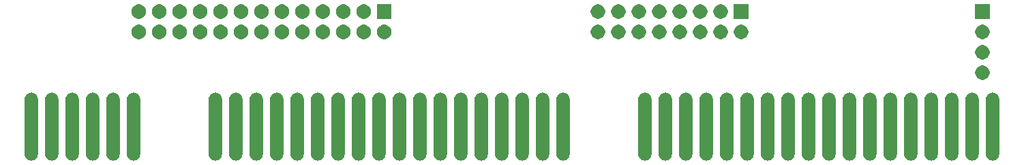
<source format=gbs>
G04 #@! TF.GenerationSoftware,KiCad,Pcbnew,5.1.5*
G04 #@! TF.CreationDate,2020-05-28T21:48:18+02:00*
G04 #@! TF.ProjectId,PIV_FliFi_Slot,5049565f-466c-4694-9669-5f536c6f742e,rev?*
G04 #@! TF.SameCoordinates,Original*
G04 #@! TF.FileFunction,Soldermask,Bot*
G04 #@! TF.FilePolarity,Negative*
%FSLAX46Y46*%
G04 Gerber Fmt 4.6, Leading zero omitted, Abs format (unit mm)*
G04 Created by KiCad (PCBNEW 5.1.5) date 2020-05-28 21:48:18*
%MOMM*%
%LPD*%
G04 APERTURE LIST*
%ADD10C,0.100000*%
G04 APERTURE END LIST*
D10*
G36*
X202089375Y-84669764D02*
G01*
X202242626Y-84716252D01*
X202242629Y-84716253D01*
X202383863Y-84791744D01*
X202507659Y-84893341D01*
X202609256Y-85017137D01*
X202684747Y-85158370D01*
X202684747Y-85158371D01*
X202684748Y-85158373D01*
X202731236Y-85311624D01*
X202743000Y-85431067D01*
X202743000Y-92368933D01*
X202731236Y-92488376D01*
X202684748Y-92641627D01*
X202684747Y-92641630D01*
X202609256Y-92782863D01*
X202507659Y-92906659D01*
X202383863Y-93008256D01*
X202242630Y-93083747D01*
X202242627Y-93083748D01*
X202089376Y-93130236D01*
X201930000Y-93145933D01*
X201770625Y-93130236D01*
X201617374Y-93083748D01*
X201617371Y-93083747D01*
X201476138Y-93008256D01*
X201352342Y-92906659D01*
X201250745Y-92782863D01*
X201175254Y-92641630D01*
X201175253Y-92641627D01*
X201128765Y-92488376D01*
X201117001Y-92368933D01*
X201117000Y-85431068D01*
X201128764Y-85311625D01*
X201175252Y-85158374D01*
X201175253Y-85158371D01*
X201250744Y-85017137D01*
X201352341Y-84893341D01*
X201476137Y-84791744D01*
X201617370Y-84716253D01*
X201617373Y-84716252D01*
X201770624Y-84669764D01*
X201930000Y-84654067D01*
X202089375Y-84669764D01*
G37*
G36*
X199549375Y-84669764D02*
G01*
X199702626Y-84716252D01*
X199702629Y-84716253D01*
X199843863Y-84791744D01*
X199967659Y-84893341D01*
X200069256Y-85017137D01*
X200144747Y-85158370D01*
X200144747Y-85158371D01*
X200144748Y-85158373D01*
X200191236Y-85311624D01*
X200203000Y-85431067D01*
X200203000Y-92368933D01*
X200191236Y-92488376D01*
X200144748Y-92641627D01*
X200144747Y-92641630D01*
X200069256Y-92782863D01*
X199967659Y-92906659D01*
X199843863Y-93008256D01*
X199702630Y-93083747D01*
X199702627Y-93083748D01*
X199549376Y-93130236D01*
X199390000Y-93145933D01*
X199230625Y-93130236D01*
X199077374Y-93083748D01*
X199077371Y-93083747D01*
X198936138Y-93008256D01*
X198812342Y-92906659D01*
X198710745Y-92782863D01*
X198635254Y-92641630D01*
X198635253Y-92641627D01*
X198588765Y-92488376D01*
X198577001Y-92368933D01*
X198577000Y-85431068D01*
X198588764Y-85311625D01*
X198635252Y-85158374D01*
X198635253Y-85158371D01*
X198710744Y-85017137D01*
X198812341Y-84893341D01*
X198936137Y-84791744D01*
X199077370Y-84716253D01*
X199077373Y-84716252D01*
X199230624Y-84669764D01*
X199390000Y-84654067D01*
X199549375Y-84669764D01*
G37*
G36*
X222409375Y-84669764D02*
G01*
X222562626Y-84716252D01*
X222562629Y-84716253D01*
X222703863Y-84791744D01*
X222827659Y-84893341D01*
X222929256Y-85017137D01*
X223004747Y-85158370D01*
X223004747Y-85158371D01*
X223004748Y-85158373D01*
X223051236Y-85311624D01*
X223063000Y-85431067D01*
X223063000Y-92368933D01*
X223051236Y-92488376D01*
X223004748Y-92641627D01*
X223004747Y-92641630D01*
X222929256Y-92782863D01*
X222827659Y-92906659D01*
X222703863Y-93008256D01*
X222562630Y-93083747D01*
X222562627Y-93083748D01*
X222409376Y-93130236D01*
X222250000Y-93145933D01*
X222090625Y-93130236D01*
X221937374Y-93083748D01*
X221937371Y-93083747D01*
X221796138Y-93008256D01*
X221672342Y-92906659D01*
X221570745Y-92782863D01*
X221495254Y-92641630D01*
X221495253Y-92641627D01*
X221448765Y-92488376D01*
X221437001Y-92368933D01*
X221437000Y-85431068D01*
X221448764Y-85311625D01*
X221495252Y-85158374D01*
X221495253Y-85158371D01*
X221570744Y-85017137D01*
X221672341Y-84893341D01*
X221796137Y-84791744D01*
X221937370Y-84716253D01*
X221937373Y-84716252D01*
X222090624Y-84669764D01*
X222250000Y-84654067D01*
X222409375Y-84669764D01*
G37*
G36*
X214789375Y-84669764D02*
G01*
X214942626Y-84716252D01*
X214942629Y-84716253D01*
X215083863Y-84791744D01*
X215207659Y-84893341D01*
X215309256Y-85017137D01*
X215384747Y-85158370D01*
X215384747Y-85158371D01*
X215384748Y-85158373D01*
X215431236Y-85311624D01*
X215443000Y-85431067D01*
X215443000Y-92368933D01*
X215431236Y-92488376D01*
X215384748Y-92641627D01*
X215384747Y-92641630D01*
X215309256Y-92782863D01*
X215207659Y-92906659D01*
X215083863Y-93008256D01*
X214942630Y-93083747D01*
X214942627Y-93083748D01*
X214789376Y-93130236D01*
X214630000Y-93145933D01*
X214470625Y-93130236D01*
X214317374Y-93083748D01*
X214317371Y-93083747D01*
X214176138Y-93008256D01*
X214052342Y-92906659D01*
X213950745Y-92782863D01*
X213875254Y-92641630D01*
X213875253Y-92641627D01*
X213828765Y-92488376D01*
X213817001Y-92368933D01*
X213817000Y-85431068D01*
X213828764Y-85311625D01*
X213875252Y-85158374D01*
X213875253Y-85158371D01*
X213950744Y-85017137D01*
X214052341Y-84893341D01*
X214176137Y-84791744D01*
X214317370Y-84716253D01*
X214317373Y-84716252D01*
X214470624Y-84669764D01*
X214630000Y-84654067D01*
X214789375Y-84669764D01*
G37*
G36*
X219869375Y-84669764D02*
G01*
X220022626Y-84716252D01*
X220022629Y-84716253D01*
X220163863Y-84791744D01*
X220287659Y-84893341D01*
X220389256Y-85017137D01*
X220464747Y-85158370D01*
X220464747Y-85158371D01*
X220464748Y-85158373D01*
X220511236Y-85311624D01*
X220523000Y-85431067D01*
X220523000Y-92368933D01*
X220511236Y-92488376D01*
X220464748Y-92641627D01*
X220464747Y-92641630D01*
X220389256Y-92782863D01*
X220287659Y-92906659D01*
X220163863Y-93008256D01*
X220022630Y-93083747D01*
X220022627Y-93083748D01*
X219869376Y-93130236D01*
X219710000Y-93145933D01*
X219550625Y-93130236D01*
X219397374Y-93083748D01*
X219397371Y-93083747D01*
X219256138Y-93008256D01*
X219132342Y-92906659D01*
X219030745Y-92782863D01*
X218955254Y-92641630D01*
X218955253Y-92641627D01*
X218908765Y-92488376D01*
X218897001Y-92368933D01*
X218897000Y-85431068D01*
X218908764Y-85311625D01*
X218955252Y-85158374D01*
X218955253Y-85158371D01*
X219030744Y-85017137D01*
X219132341Y-84893341D01*
X219256137Y-84791744D01*
X219397370Y-84716253D01*
X219397373Y-84716252D01*
X219550624Y-84669764D01*
X219710000Y-84654067D01*
X219869375Y-84669764D01*
G37*
G36*
X212249375Y-84669764D02*
G01*
X212402626Y-84716252D01*
X212402629Y-84716253D01*
X212543863Y-84791744D01*
X212667659Y-84893341D01*
X212769256Y-85017137D01*
X212844747Y-85158370D01*
X212844747Y-85158371D01*
X212844748Y-85158373D01*
X212891236Y-85311624D01*
X212903000Y-85431067D01*
X212903000Y-92368933D01*
X212891236Y-92488376D01*
X212844748Y-92641627D01*
X212844747Y-92641630D01*
X212769256Y-92782863D01*
X212667659Y-92906659D01*
X212543863Y-93008256D01*
X212402630Y-93083747D01*
X212402627Y-93083748D01*
X212249376Y-93130236D01*
X212090000Y-93145933D01*
X211930625Y-93130236D01*
X211777374Y-93083748D01*
X211777371Y-93083747D01*
X211636138Y-93008256D01*
X211512342Y-92906659D01*
X211410745Y-92782863D01*
X211335254Y-92641630D01*
X211335253Y-92641627D01*
X211288765Y-92488376D01*
X211277001Y-92368933D01*
X211277000Y-85431068D01*
X211288764Y-85311625D01*
X211335252Y-85158374D01*
X211335253Y-85158371D01*
X211410744Y-85017137D01*
X211512341Y-84893341D01*
X211636137Y-84791744D01*
X211777370Y-84716253D01*
X211777373Y-84716252D01*
X211930624Y-84669764D01*
X212090000Y-84654067D01*
X212249375Y-84669764D01*
G37*
G36*
X217329375Y-84669764D02*
G01*
X217482626Y-84716252D01*
X217482629Y-84716253D01*
X217623863Y-84791744D01*
X217747659Y-84893341D01*
X217849256Y-85017137D01*
X217924747Y-85158370D01*
X217924747Y-85158371D01*
X217924748Y-85158373D01*
X217971236Y-85311624D01*
X217983000Y-85431067D01*
X217983000Y-92368933D01*
X217971236Y-92488376D01*
X217924748Y-92641627D01*
X217924747Y-92641630D01*
X217849256Y-92782863D01*
X217747659Y-92906659D01*
X217623863Y-93008256D01*
X217482630Y-93083747D01*
X217482627Y-93083748D01*
X217329376Y-93130236D01*
X217170000Y-93145933D01*
X217010625Y-93130236D01*
X216857374Y-93083748D01*
X216857371Y-93083747D01*
X216716138Y-93008256D01*
X216592342Y-92906659D01*
X216490745Y-92782863D01*
X216415254Y-92641630D01*
X216415253Y-92641627D01*
X216368765Y-92488376D01*
X216357001Y-92368933D01*
X216357000Y-85431068D01*
X216368764Y-85311625D01*
X216415252Y-85158374D01*
X216415253Y-85158371D01*
X216490744Y-85017137D01*
X216592341Y-84893341D01*
X216716137Y-84791744D01*
X216857370Y-84716253D01*
X216857373Y-84716252D01*
X217010624Y-84669764D01*
X217170000Y-84654067D01*
X217329375Y-84669764D01*
G37*
G36*
X209709375Y-84669764D02*
G01*
X209862626Y-84716252D01*
X209862629Y-84716253D01*
X210003863Y-84791744D01*
X210127659Y-84893341D01*
X210229256Y-85017137D01*
X210304747Y-85158370D01*
X210304747Y-85158371D01*
X210304748Y-85158373D01*
X210351236Y-85311624D01*
X210363000Y-85431067D01*
X210363000Y-92368933D01*
X210351236Y-92488376D01*
X210304748Y-92641627D01*
X210304747Y-92641630D01*
X210229256Y-92782863D01*
X210127659Y-92906659D01*
X210003863Y-93008256D01*
X209862630Y-93083747D01*
X209862627Y-93083748D01*
X209709376Y-93130236D01*
X209550000Y-93145933D01*
X209390625Y-93130236D01*
X209237374Y-93083748D01*
X209237371Y-93083747D01*
X209096138Y-93008256D01*
X208972342Y-92906659D01*
X208870745Y-92782863D01*
X208795254Y-92641630D01*
X208795253Y-92641627D01*
X208748765Y-92488376D01*
X208737001Y-92368933D01*
X208737000Y-85431068D01*
X208748764Y-85311625D01*
X208795252Y-85158374D01*
X208795253Y-85158371D01*
X208870744Y-85017137D01*
X208972341Y-84893341D01*
X209096137Y-84791744D01*
X209237370Y-84716253D01*
X209237373Y-84716252D01*
X209390624Y-84669764D01*
X209550000Y-84654067D01*
X209709375Y-84669764D01*
G37*
G36*
X207169375Y-84669764D02*
G01*
X207322626Y-84716252D01*
X207322629Y-84716253D01*
X207463863Y-84791744D01*
X207587659Y-84893341D01*
X207689256Y-85017137D01*
X207764747Y-85158370D01*
X207764747Y-85158371D01*
X207764748Y-85158373D01*
X207811236Y-85311624D01*
X207823000Y-85431067D01*
X207823000Y-92368933D01*
X207811236Y-92488376D01*
X207764748Y-92641627D01*
X207764747Y-92641630D01*
X207689256Y-92782863D01*
X207587659Y-92906659D01*
X207463863Y-93008256D01*
X207322630Y-93083747D01*
X207322627Y-93083748D01*
X207169376Y-93130236D01*
X207010000Y-93145933D01*
X206850625Y-93130236D01*
X206697374Y-93083748D01*
X206697371Y-93083747D01*
X206556138Y-93008256D01*
X206432342Y-92906659D01*
X206330745Y-92782863D01*
X206255254Y-92641630D01*
X206255253Y-92641627D01*
X206208765Y-92488376D01*
X206197001Y-92368933D01*
X206197000Y-85431068D01*
X206208764Y-85311625D01*
X206255252Y-85158374D01*
X206255253Y-85158371D01*
X206330744Y-85017137D01*
X206432341Y-84893341D01*
X206556137Y-84791744D01*
X206697370Y-84716253D01*
X206697373Y-84716252D01*
X206850624Y-84669764D01*
X207010000Y-84654067D01*
X207169375Y-84669764D01*
G37*
G36*
X204629375Y-84669764D02*
G01*
X204782626Y-84716252D01*
X204782629Y-84716253D01*
X204923863Y-84791744D01*
X205047659Y-84893341D01*
X205149256Y-85017137D01*
X205224747Y-85158370D01*
X205224747Y-85158371D01*
X205224748Y-85158373D01*
X205271236Y-85311624D01*
X205283000Y-85431067D01*
X205283000Y-92368933D01*
X205271236Y-92488376D01*
X205224748Y-92641627D01*
X205224747Y-92641630D01*
X205149256Y-92782863D01*
X205047659Y-92906659D01*
X204923863Y-93008256D01*
X204782630Y-93083747D01*
X204782627Y-93083748D01*
X204629376Y-93130236D01*
X204470000Y-93145933D01*
X204310625Y-93130236D01*
X204157374Y-93083748D01*
X204157371Y-93083747D01*
X204016138Y-93008256D01*
X203892342Y-92906659D01*
X203790745Y-92782863D01*
X203715254Y-92641630D01*
X203715253Y-92641627D01*
X203668765Y-92488376D01*
X203657001Y-92368933D01*
X203657000Y-85431068D01*
X203668764Y-85311625D01*
X203715252Y-85158374D01*
X203715253Y-85158371D01*
X203790744Y-85017137D01*
X203892341Y-84893341D01*
X204016137Y-84791744D01*
X204157370Y-84716253D01*
X204157373Y-84716252D01*
X204310624Y-84669764D01*
X204470000Y-84654067D01*
X204629375Y-84669764D01*
G37*
G36*
X197009375Y-84669764D02*
G01*
X197162626Y-84716252D01*
X197162629Y-84716253D01*
X197303863Y-84791744D01*
X197427659Y-84893341D01*
X197529256Y-85017137D01*
X197604747Y-85158370D01*
X197604747Y-85158371D01*
X197604748Y-85158373D01*
X197651236Y-85311624D01*
X197663000Y-85431067D01*
X197663000Y-92368933D01*
X197651236Y-92488376D01*
X197604748Y-92641627D01*
X197604747Y-92641630D01*
X197529256Y-92782863D01*
X197427659Y-92906659D01*
X197303863Y-93008256D01*
X197162630Y-93083747D01*
X197162627Y-93083748D01*
X197009376Y-93130236D01*
X196850000Y-93145933D01*
X196690625Y-93130236D01*
X196537374Y-93083748D01*
X196537371Y-93083747D01*
X196396138Y-93008256D01*
X196272342Y-92906659D01*
X196170745Y-92782863D01*
X196095254Y-92641630D01*
X196095253Y-92641627D01*
X196048765Y-92488376D01*
X196037001Y-92368933D01*
X196037000Y-85431068D01*
X196048764Y-85311625D01*
X196095252Y-85158374D01*
X196095253Y-85158371D01*
X196170744Y-85017137D01*
X196272341Y-84893341D01*
X196396137Y-84791744D01*
X196537370Y-84716253D01*
X196537373Y-84716252D01*
X196690624Y-84669764D01*
X196850000Y-84654067D01*
X197009375Y-84669764D01*
G37*
G36*
X163989375Y-84669764D02*
G01*
X164142626Y-84716252D01*
X164142629Y-84716253D01*
X164283863Y-84791744D01*
X164407659Y-84893341D01*
X164509256Y-85017137D01*
X164584747Y-85158370D01*
X164584747Y-85158371D01*
X164584748Y-85158373D01*
X164631236Y-85311624D01*
X164643000Y-85431067D01*
X164643000Y-92368933D01*
X164631236Y-92488376D01*
X164584748Y-92641627D01*
X164584747Y-92641630D01*
X164509256Y-92782863D01*
X164407659Y-92906659D01*
X164283863Y-93008256D01*
X164142630Y-93083747D01*
X164142627Y-93083748D01*
X163989376Y-93130236D01*
X163830000Y-93145933D01*
X163670625Y-93130236D01*
X163517374Y-93083748D01*
X163517371Y-93083747D01*
X163376138Y-93008256D01*
X163252342Y-92906659D01*
X163150745Y-92782863D01*
X163075254Y-92641630D01*
X163075253Y-92641627D01*
X163028765Y-92488376D01*
X163017001Y-92368933D01*
X163017000Y-85431068D01*
X163028764Y-85311625D01*
X163075252Y-85158374D01*
X163075253Y-85158371D01*
X163150744Y-85017137D01*
X163252341Y-84893341D01*
X163376137Y-84791744D01*
X163517370Y-84716253D01*
X163517373Y-84716252D01*
X163670624Y-84669764D01*
X163830000Y-84654067D01*
X163989375Y-84669764D01*
G37*
G36*
X166529375Y-84669764D02*
G01*
X166682626Y-84716252D01*
X166682629Y-84716253D01*
X166823863Y-84791744D01*
X166947659Y-84893341D01*
X167049256Y-85017137D01*
X167124747Y-85158370D01*
X167124747Y-85158371D01*
X167124748Y-85158373D01*
X167171236Y-85311624D01*
X167183000Y-85431067D01*
X167183000Y-92368933D01*
X167171236Y-92488376D01*
X167124748Y-92641627D01*
X167124747Y-92641630D01*
X167049256Y-92782863D01*
X166947659Y-92906659D01*
X166823863Y-93008256D01*
X166682630Y-93083747D01*
X166682627Y-93083748D01*
X166529376Y-93130236D01*
X166370000Y-93145933D01*
X166210625Y-93130236D01*
X166057374Y-93083748D01*
X166057371Y-93083747D01*
X165916138Y-93008256D01*
X165792342Y-92906659D01*
X165690745Y-92782863D01*
X165615254Y-92641630D01*
X165615253Y-92641627D01*
X165568765Y-92488376D01*
X165557001Y-92368933D01*
X165557000Y-85431068D01*
X165568764Y-85311625D01*
X165615252Y-85158374D01*
X165615253Y-85158371D01*
X165690744Y-85017137D01*
X165792341Y-84893341D01*
X165916137Y-84791744D01*
X166057370Y-84716253D01*
X166057373Y-84716252D01*
X166210624Y-84669764D01*
X166370000Y-84654067D01*
X166529375Y-84669764D01*
G37*
G36*
X194469375Y-84669764D02*
G01*
X194622626Y-84716252D01*
X194622629Y-84716253D01*
X194763863Y-84791744D01*
X194887659Y-84893341D01*
X194989256Y-85017137D01*
X195064747Y-85158370D01*
X195064747Y-85158371D01*
X195064748Y-85158373D01*
X195111236Y-85311624D01*
X195123000Y-85431067D01*
X195123000Y-92368933D01*
X195111236Y-92488376D01*
X195064748Y-92641627D01*
X195064747Y-92641630D01*
X194989256Y-92782863D01*
X194887659Y-92906659D01*
X194763863Y-93008256D01*
X194622630Y-93083747D01*
X194622627Y-93083748D01*
X194469376Y-93130236D01*
X194310000Y-93145933D01*
X194150625Y-93130236D01*
X193997374Y-93083748D01*
X193997371Y-93083747D01*
X193856138Y-93008256D01*
X193732342Y-92906659D01*
X193630745Y-92782863D01*
X193555254Y-92641630D01*
X193555253Y-92641627D01*
X193508765Y-92488376D01*
X193497001Y-92368933D01*
X193497000Y-85431068D01*
X193508764Y-85311625D01*
X193555252Y-85158374D01*
X193555253Y-85158371D01*
X193630744Y-85017137D01*
X193732341Y-84893341D01*
X193856137Y-84791744D01*
X193997370Y-84716253D01*
X193997373Y-84716252D01*
X194150624Y-84669764D01*
X194310000Y-84654067D01*
X194469375Y-84669764D01*
G37*
G36*
X191929375Y-84669764D02*
G01*
X192082626Y-84716252D01*
X192082629Y-84716253D01*
X192223863Y-84791744D01*
X192347659Y-84893341D01*
X192449256Y-85017137D01*
X192524747Y-85158370D01*
X192524747Y-85158371D01*
X192524748Y-85158373D01*
X192571236Y-85311624D01*
X192583000Y-85431067D01*
X192583000Y-92368933D01*
X192571236Y-92488376D01*
X192524748Y-92641627D01*
X192524747Y-92641630D01*
X192449256Y-92782863D01*
X192347659Y-92906659D01*
X192223863Y-93008256D01*
X192082630Y-93083747D01*
X192082627Y-93083748D01*
X191929376Y-93130236D01*
X191770000Y-93145933D01*
X191610625Y-93130236D01*
X191457374Y-93083748D01*
X191457371Y-93083747D01*
X191316138Y-93008256D01*
X191192342Y-92906659D01*
X191090745Y-92782863D01*
X191015254Y-92641630D01*
X191015253Y-92641627D01*
X190968765Y-92488376D01*
X190957001Y-92368933D01*
X190957000Y-85431068D01*
X190968764Y-85311625D01*
X191015252Y-85158374D01*
X191015253Y-85158371D01*
X191090744Y-85017137D01*
X191192341Y-84893341D01*
X191316137Y-84791744D01*
X191457370Y-84716253D01*
X191457373Y-84716252D01*
X191610624Y-84669764D01*
X191770000Y-84654067D01*
X191929375Y-84669764D01*
G37*
G36*
X189389375Y-84669764D02*
G01*
X189542626Y-84716252D01*
X189542629Y-84716253D01*
X189683863Y-84791744D01*
X189807659Y-84893341D01*
X189909256Y-85017137D01*
X189984747Y-85158370D01*
X189984747Y-85158371D01*
X189984748Y-85158373D01*
X190031236Y-85311624D01*
X190043000Y-85431067D01*
X190043000Y-92368933D01*
X190031236Y-92488376D01*
X189984748Y-92641627D01*
X189984747Y-92641630D01*
X189909256Y-92782863D01*
X189807659Y-92906659D01*
X189683863Y-93008256D01*
X189542630Y-93083747D01*
X189542627Y-93083748D01*
X189389376Y-93130236D01*
X189230000Y-93145933D01*
X189070625Y-93130236D01*
X188917374Y-93083748D01*
X188917371Y-93083747D01*
X188776138Y-93008256D01*
X188652342Y-92906659D01*
X188550745Y-92782863D01*
X188475254Y-92641630D01*
X188475253Y-92641627D01*
X188428765Y-92488376D01*
X188417001Y-92368933D01*
X188417000Y-85431068D01*
X188428764Y-85311625D01*
X188475252Y-85158374D01*
X188475253Y-85158371D01*
X188550744Y-85017137D01*
X188652341Y-84893341D01*
X188776137Y-84791744D01*
X188917370Y-84716253D01*
X188917373Y-84716252D01*
X189070624Y-84669764D01*
X189230000Y-84654067D01*
X189389375Y-84669764D01*
G37*
G36*
X181769375Y-84669764D02*
G01*
X181922626Y-84716252D01*
X181922629Y-84716253D01*
X182063863Y-84791744D01*
X182187659Y-84893341D01*
X182289256Y-85017137D01*
X182364747Y-85158370D01*
X182364747Y-85158371D01*
X182364748Y-85158373D01*
X182411236Y-85311624D01*
X182423000Y-85431067D01*
X182423000Y-92368933D01*
X182411236Y-92488376D01*
X182364748Y-92641627D01*
X182364747Y-92641630D01*
X182289256Y-92782863D01*
X182187659Y-92906659D01*
X182063863Y-93008256D01*
X181922630Y-93083747D01*
X181922627Y-93083748D01*
X181769376Y-93130236D01*
X181610000Y-93145933D01*
X181450625Y-93130236D01*
X181297374Y-93083748D01*
X181297371Y-93083747D01*
X181156138Y-93008256D01*
X181032342Y-92906659D01*
X180930745Y-92782863D01*
X180855254Y-92641630D01*
X180855253Y-92641627D01*
X180808765Y-92488376D01*
X180797001Y-92368933D01*
X180797000Y-85431068D01*
X180808764Y-85311625D01*
X180855252Y-85158374D01*
X180855253Y-85158371D01*
X180930744Y-85017137D01*
X181032341Y-84893341D01*
X181156137Y-84791744D01*
X181297370Y-84716253D01*
X181297373Y-84716252D01*
X181450624Y-84669764D01*
X181610000Y-84654067D01*
X181769375Y-84669764D01*
G37*
G36*
X186849375Y-84669764D02*
G01*
X187002626Y-84716252D01*
X187002629Y-84716253D01*
X187143863Y-84791744D01*
X187267659Y-84893341D01*
X187369256Y-85017137D01*
X187444747Y-85158370D01*
X187444747Y-85158371D01*
X187444748Y-85158373D01*
X187491236Y-85311624D01*
X187503000Y-85431067D01*
X187503000Y-92368933D01*
X187491236Y-92488376D01*
X187444748Y-92641627D01*
X187444747Y-92641630D01*
X187369256Y-92782863D01*
X187267659Y-92906659D01*
X187143863Y-93008256D01*
X187002630Y-93083747D01*
X187002627Y-93083748D01*
X186849376Y-93130236D01*
X186690000Y-93145933D01*
X186530625Y-93130236D01*
X186377374Y-93083748D01*
X186377371Y-93083747D01*
X186236138Y-93008256D01*
X186112342Y-92906659D01*
X186010745Y-92782863D01*
X185935254Y-92641630D01*
X185935253Y-92641627D01*
X185888765Y-92488376D01*
X185877001Y-92368933D01*
X185877000Y-85431068D01*
X185888764Y-85311625D01*
X185935252Y-85158374D01*
X185935253Y-85158371D01*
X186010744Y-85017137D01*
X186112341Y-84893341D01*
X186236137Y-84791744D01*
X186377370Y-84716253D01*
X186377373Y-84716252D01*
X186530624Y-84669764D01*
X186690000Y-84654067D01*
X186849375Y-84669764D01*
G37*
G36*
X184309375Y-84669764D02*
G01*
X184462626Y-84716252D01*
X184462629Y-84716253D01*
X184603863Y-84791744D01*
X184727659Y-84893341D01*
X184829256Y-85017137D01*
X184904747Y-85158370D01*
X184904747Y-85158371D01*
X184904748Y-85158373D01*
X184951236Y-85311624D01*
X184963000Y-85431067D01*
X184963000Y-92368933D01*
X184951236Y-92488376D01*
X184904748Y-92641627D01*
X184904747Y-92641630D01*
X184829256Y-92782863D01*
X184727659Y-92906659D01*
X184603863Y-93008256D01*
X184462630Y-93083747D01*
X184462627Y-93083748D01*
X184309376Y-93130236D01*
X184150000Y-93145933D01*
X183990625Y-93130236D01*
X183837374Y-93083748D01*
X183837371Y-93083747D01*
X183696138Y-93008256D01*
X183572342Y-92906659D01*
X183470745Y-92782863D01*
X183395254Y-92641630D01*
X183395253Y-92641627D01*
X183348765Y-92488376D01*
X183337001Y-92368933D01*
X183337000Y-85431068D01*
X183348764Y-85311625D01*
X183395252Y-85158374D01*
X183395253Y-85158371D01*
X183470744Y-85017137D01*
X183572341Y-84893341D01*
X183696137Y-84791744D01*
X183837370Y-84716253D01*
X183837373Y-84716252D01*
X183990624Y-84669764D01*
X184150000Y-84654067D01*
X184309375Y-84669764D01*
G37*
G36*
X179229375Y-84669764D02*
G01*
X179382626Y-84716252D01*
X179382629Y-84716253D01*
X179523863Y-84791744D01*
X179647659Y-84893341D01*
X179749256Y-85017137D01*
X179824747Y-85158370D01*
X179824747Y-85158371D01*
X179824748Y-85158373D01*
X179871236Y-85311624D01*
X179883000Y-85431067D01*
X179883000Y-92368933D01*
X179871236Y-92488376D01*
X179824748Y-92641627D01*
X179824747Y-92641630D01*
X179749256Y-92782863D01*
X179647659Y-92906659D01*
X179523863Y-93008256D01*
X179382630Y-93083747D01*
X179382627Y-93083748D01*
X179229376Y-93130236D01*
X179070000Y-93145933D01*
X178910625Y-93130236D01*
X178757374Y-93083748D01*
X178757371Y-93083747D01*
X178616138Y-93008256D01*
X178492342Y-92906659D01*
X178390745Y-92782863D01*
X178315254Y-92641630D01*
X178315253Y-92641627D01*
X178268765Y-92488376D01*
X178257001Y-92368933D01*
X178257000Y-85431068D01*
X178268764Y-85311625D01*
X178315252Y-85158374D01*
X178315253Y-85158371D01*
X178390744Y-85017137D01*
X178492341Y-84893341D01*
X178616137Y-84791744D01*
X178757370Y-84716253D01*
X178757373Y-84716252D01*
X178910624Y-84669764D01*
X179070000Y-84654067D01*
X179229375Y-84669764D01*
G37*
G36*
X169069375Y-84669764D02*
G01*
X169222626Y-84716252D01*
X169222629Y-84716253D01*
X169363863Y-84791744D01*
X169487659Y-84893341D01*
X169589256Y-85017137D01*
X169664747Y-85158370D01*
X169664747Y-85158371D01*
X169664748Y-85158373D01*
X169711236Y-85311624D01*
X169723000Y-85431067D01*
X169723000Y-92368933D01*
X169711236Y-92488376D01*
X169664748Y-92641627D01*
X169664747Y-92641630D01*
X169589256Y-92782863D01*
X169487659Y-92906659D01*
X169363863Y-93008256D01*
X169222630Y-93083747D01*
X169222627Y-93083748D01*
X169069376Y-93130236D01*
X168910000Y-93145933D01*
X168750625Y-93130236D01*
X168597374Y-93083748D01*
X168597371Y-93083747D01*
X168456138Y-93008256D01*
X168332342Y-92906659D01*
X168230745Y-92782863D01*
X168155254Y-92641630D01*
X168155253Y-92641627D01*
X168108765Y-92488376D01*
X168097001Y-92368933D01*
X168097000Y-85431068D01*
X168108764Y-85311625D01*
X168155252Y-85158374D01*
X168155253Y-85158371D01*
X168230744Y-85017137D01*
X168332341Y-84893341D01*
X168456137Y-84791744D01*
X168597370Y-84716253D01*
X168597373Y-84716252D01*
X168750624Y-84669764D01*
X168910000Y-84654067D01*
X169069375Y-84669764D01*
G37*
G36*
X136049375Y-84669764D02*
G01*
X136202626Y-84716252D01*
X136202629Y-84716253D01*
X136343863Y-84791744D01*
X136467659Y-84893341D01*
X136569256Y-85017137D01*
X136644747Y-85158370D01*
X136644747Y-85158371D01*
X136644748Y-85158373D01*
X136691236Y-85311624D01*
X136703000Y-85431067D01*
X136703000Y-92368933D01*
X136691236Y-92488376D01*
X136644748Y-92641627D01*
X136644747Y-92641630D01*
X136569256Y-92782863D01*
X136467659Y-92906659D01*
X136343863Y-93008256D01*
X136202630Y-93083747D01*
X136202627Y-93083748D01*
X136049376Y-93130236D01*
X135890000Y-93145933D01*
X135730625Y-93130236D01*
X135577374Y-93083748D01*
X135577371Y-93083747D01*
X135436138Y-93008256D01*
X135312342Y-92906659D01*
X135210745Y-92782863D01*
X135135254Y-92641630D01*
X135135253Y-92641627D01*
X135088765Y-92488376D01*
X135077001Y-92368933D01*
X135077000Y-85431068D01*
X135088764Y-85311625D01*
X135135252Y-85158374D01*
X135135253Y-85158371D01*
X135210744Y-85017137D01*
X135312341Y-84893341D01*
X135436137Y-84791744D01*
X135577370Y-84716253D01*
X135577373Y-84716252D01*
X135730624Y-84669764D01*
X135890000Y-84654067D01*
X136049375Y-84669764D01*
G37*
G36*
X108109375Y-84669764D02*
G01*
X108262626Y-84716252D01*
X108262629Y-84716253D01*
X108403863Y-84791744D01*
X108527659Y-84893341D01*
X108629256Y-85017137D01*
X108704747Y-85158370D01*
X108704747Y-85158371D01*
X108704748Y-85158373D01*
X108751236Y-85311624D01*
X108763000Y-85431067D01*
X108763000Y-92368933D01*
X108751236Y-92488376D01*
X108704748Y-92641627D01*
X108704747Y-92641630D01*
X108629256Y-92782863D01*
X108527659Y-92906659D01*
X108403863Y-93008256D01*
X108262630Y-93083747D01*
X108262627Y-93083748D01*
X108109376Y-93130236D01*
X107950000Y-93145933D01*
X107790625Y-93130236D01*
X107637374Y-93083748D01*
X107637371Y-93083747D01*
X107496138Y-93008256D01*
X107372342Y-92906659D01*
X107270745Y-92782863D01*
X107195254Y-92641630D01*
X107195253Y-92641627D01*
X107148765Y-92488376D01*
X107137001Y-92368933D01*
X107137000Y-85431068D01*
X107148764Y-85311625D01*
X107195252Y-85158374D01*
X107195253Y-85158371D01*
X107270744Y-85017137D01*
X107372341Y-84893341D01*
X107496137Y-84791744D01*
X107637370Y-84716253D01*
X107637373Y-84716252D01*
X107790624Y-84669764D01*
X107950000Y-84654067D01*
X108109375Y-84669764D01*
G37*
G36*
X161449375Y-84669764D02*
G01*
X161602626Y-84716252D01*
X161602629Y-84716253D01*
X161743863Y-84791744D01*
X161867659Y-84893341D01*
X161969256Y-85017137D01*
X162044747Y-85158370D01*
X162044747Y-85158371D01*
X162044748Y-85158373D01*
X162091236Y-85311624D01*
X162103000Y-85431067D01*
X162103000Y-92368933D01*
X162091236Y-92488376D01*
X162044748Y-92641627D01*
X162044747Y-92641630D01*
X161969256Y-92782863D01*
X161867659Y-92906659D01*
X161743863Y-93008256D01*
X161602630Y-93083747D01*
X161602627Y-93083748D01*
X161449376Y-93130236D01*
X161290000Y-93145933D01*
X161130625Y-93130236D01*
X160977374Y-93083748D01*
X160977371Y-93083747D01*
X160836138Y-93008256D01*
X160712342Y-92906659D01*
X160610745Y-92782863D01*
X160535254Y-92641630D01*
X160535253Y-92641627D01*
X160488765Y-92488376D01*
X160477001Y-92368933D01*
X160477000Y-85431068D01*
X160488764Y-85311625D01*
X160535252Y-85158374D01*
X160535253Y-85158371D01*
X160610744Y-85017137D01*
X160712341Y-84893341D01*
X160836137Y-84791744D01*
X160977370Y-84716253D01*
X160977373Y-84716252D01*
X161130624Y-84669764D01*
X161290000Y-84654067D01*
X161449375Y-84669764D01*
G37*
G36*
X156369375Y-84669764D02*
G01*
X156522626Y-84716252D01*
X156522629Y-84716253D01*
X156663863Y-84791744D01*
X156787659Y-84893341D01*
X156889256Y-85017137D01*
X156964747Y-85158370D01*
X156964747Y-85158371D01*
X156964748Y-85158373D01*
X157011236Y-85311624D01*
X157023000Y-85431067D01*
X157023000Y-92368933D01*
X157011236Y-92488376D01*
X156964748Y-92641627D01*
X156964747Y-92641630D01*
X156889256Y-92782863D01*
X156787659Y-92906659D01*
X156663863Y-93008256D01*
X156522630Y-93083747D01*
X156522627Y-93083748D01*
X156369376Y-93130236D01*
X156210000Y-93145933D01*
X156050625Y-93130236D01*
X155897374Y-93083748D01*
X155897371Y-93083747D01*
X155756138Y-93008256D01*
X155632342Y-92906659D01*
X155530745Y-92782863D01*
X155455254Y-92641630D01*
X155455253Y-92641627D01*
X155408765Y-92488376D01*
X155397001Y-92368933D01*
X155397000Y-85431068D01*
X155408764Y-85311625D01*
X155455252Y-85158374D01*
X155455253Y-85158371D01*
X155530744Y-85017137D01*
X155632341Y-84893341D01*
X155756137Y-84791744D01*
X155897370Y-84716253D01*
X155897373Y-84716252D01*
X156050624Y-84669764D01*
X156210000Y-84654067D01*
X156369375Y-84669764D01*
G37*
G36*
X153829375Y-84669764D02*
G01*
X153982626Y-84716252D01*
X153982629Y-84716253D01*
X154123863Y-84791744D01*
X154247659Y-84893341D01*
X154349256Y-85017137D01*
X154424747Y-85158370D01*
X154424747Y-85158371D01*
X154424748Y-85158373D01*
X154471236Y-85311624D01*
X154483000Y-85431067D01*
X154483000Y-92368933D01*
X154471236Y-92488376D01*
X154424748Y-92641627D01*
X154424747Y-92641630D01*
X154349256Y-92782863D01*
X154247659Y-92906659D01*
X154123863Y-93008256D01*
X153982630Y-93083747D01*
X153982627Y-93083748D01*
X153829376Y-93130236D01*
X153670000Y-93145933D01*
X153510625Y-93130236D01*
X153357374Y-93083748D01*
X153357371Y-93083747D01*
X153216138Y-93008256D01*
X153092342Y-92906659D01*
X152990745Y-92782863D01*
X152915254Y-92641630D01*
X152915253Y-92641627D01*
X152868765Y-92488376D01*
X152857001Y-92368933D01*
X152857000Y-85431068D01*
X152868764Y-85311625D01*
X152915252Y-85158374D01*
X152915253Y-85158371D01*
X152990744Y-85017137D01*
X153092341Y-84893341D01*
X153216137Y-84791744D01*
X153357370Y-84716253D01*
X153357373Y-84716252D01*
X153510624Y-84669764D01*
X153670000Y-84654067D01*
X153829375Y-84669764D01*
G37*
G36*
X151289375Y-84669764D02*
G01*
X151442626Y-84716252D01*
X151442629Y-84716253D01*
X151583863Y-84791744D01*
X151707659Y-84893341D01*
X151809256Y-85017137D01*
X151884747Y-85158370D01*
X151884747Y-85158371D01*
X151884748Y-85158373D01*
X151931236Y-85311624D01*
X151943000Y-85431067D01*
X151943000Y-92368933D01*
X151931236Y-92488376D01*
X151884748Y-92641627D01*
X151884747Y-92641630D01*
X151809256Y-92782863D01*
X151707659Y-92906659D01*
X151583863Y-93008256D01*
X151442630Y-93083747D01*
X151442627Y-93083748D01*
X151289376Y-93130236D01*
X151130000Y-93145933D01*
X150970625Y-93130236D01*
X150817374Y-93083748D01*
X150817371Y-93083747D01*
X150676138Y-93008256D01*
X150552342Y-92906659D01*
X150450745Y-92782863D01*
X150375254Y-92641630D01*
X150375253Y-92641627D01*
X150328765Y-92488376D01*
X150317001Y-92368933D01*
X150317000Y-85431068D01*
X150328764Y-85311625D01*
X150375252Y-85158374D01*
X150375253Y-85158371D01*
X150450744Y-85017137D01*
X150552341Y-84893341D01*
X150676137Y-84791744D01*
X150817370Y-84716253D01*
X150817373Y-84716252D01*
X150970624Y-84669764D01*
X151130000Y-84654067D01*
X151289375Y-84669764D01*
G37*
G36*
X143669375Y-84669764D02*
G01*
X143822626Y-84716252D01*
X143822629Y-84716253D01*
X143963863Y-84791744D01*
X144087659Y-84893341D01*
X144189256Y-85017137D01*
X144264747Y-85158370D01*
X144264747Y-85158371D01*
X144264748Y-85158373D01*
X144311236Y-85311624D01*
X144323000Y-85431067D01*
X144323000Y-92368933D01*
X144311236Y-92488376D01*
X144264748Y-92641627D01*
X144264747Y-92641630D01*
X144189256Y-92782863D01*
X144087659Y-92906659D01*
X143963863Y-93008256D01*
X143822630Y-93083747D01*
X143822627Y-93083748D01*
X143669376Y-93130236D01*
X143510000Y-93145933D01*
X143350625Y-93130236D01*
X143197374Y-93083748D01*
X143197371Y-93083747D01*
X143056138Y-93008256D01*
X142932342Y-92906659D01*
X142830745Y-92782863D01*
X142755254Y-92641630D01*
X142755253Y-92641627D01*
X142708765Y-92488376D01*
X142697001Y-92368933D01*
X142697000Y-85431068D01*
X142708764Y-85311625D01*
X142755252Y-85158374D01*
X142755253Y-85158371D01*
X142830744Y-85017137D01*
X142932341Y-84893341D01*
X143056137Y-84791744D01*
X143197370Y-84716253D01*
X143197373Y-84716252D01*
X143350624Y-84669764D01*
X143510000Y-84654067D01*
X143669375Y-84669764D01*
G37*
G36*
X148749375Y-84669764D02*
G01*
X148902626Y-84716252D01*
X148902629Y-84716253D01*
X149043863Y-84791744D01*
X149167659Y-84893341D01*
X149269256Y-85017137D01*
X149344747Y-85158370D01*
X149344747Y-85158371D01*
X149344748Y-85158373D01*
X149391236Y-85311624D01*
X149403000Y-85431067D01*
X149403000Y-92368933D01*
X149391236Y-92488376D01*
X149344748Y-92641627D01*
X149344747Y-92641630D01*
X149269256Y-92782863D01*
X149167659Y-92906659D01*
X149043863Y-93008256D01*
X148902630Y-93083747D01*
X148902627Y-93083748D01*
X148749376Y-93130236D01*
X148590000Y-93145933D01*
X148430625Y-93130236D01*
X148277374Y-93083748D01*
X148277371Y-93083747D01*
X148136138Y-93008256D01*
X148012342Y-92906659D01*
X147910745Y-92782863D01*
X147835254Y-92641630D01*
X147835253Y-92641627D01*
X147788765Y-92488376D01*
X147777001Y-92368933D01*
X147777000Y-85431068D01*
X147788764Y-85311625D01*
X147835252Y-85158374D01*
X147835253Y-85158371D01*
X147910744Y-85017137D01*
X148012341Y-84893341D01*
X148136137Y-84791744D01*
X148277370Y-84716253D01*
X148277373Y-84716252D01*
X148430624Y-84669764D01*
X148590000Y-84654067D01*
X148749375Y-84669764D01*
G37*
G36*
X146209375Y-84669764D02*
G01*
X146362626Y-84716252D01*
X146362629Y-84716253D01*
X146503863Y-84791744D01*
X146627659Y-84893341D01*
X146729256Y-85017137D01*
X146804747Y-85158370D01*
X146804747Y-85158371D01*
X146804748Y-85158373D01*
X146851236Y-85311624D01*
X146863000Y-85431067D01*
X146863000Y-92368933D01*
X146851236Y-92488376D01*
X146804748Y-92641627D01*
X146804747Y-92641630D01*
X146729256Y-92782863D01*
X146627659Y-92906659D01*
X146503863Y-93008256D01*
X146362630Y-93083747D01*
X146362627Y-93083748D01*
X146209376Y-93130236D01*
X146050000Y-93145933D01*
X145890625Y-93130236D01*
X145737374Y-93083748D01*
X145737371Y-93083747D01*
X145596138Y-93008256D01*
X145472342Y-92906659D01*
X145370745Y-92782863D01*
X145295254Y-92641630D01*
X145295253Y-92641627D01*
X145248765Y-92488376D01*
X145237001Y-92368933D01*
X145237000Y-85431068D01*
X145248764Y-85311625D01*
X145295252Y-85158374D01*
X145295253Y-85158371D01*
X145370744Y-85017137D01*
X145472341Y-84893341D01*
X145596137Y-84791744D01*
X145737370Y-84716253D01*
X145737373Y-84716252D01*
X145890624Y-84669764D01*
X146050000Y-84654067D01*
X146209375Y-84669764D01*
G37*
G36*
X141129375Y-84669764D02*
G01*
X141282626Y-84716252D01*
X141282629Y-84716253D01*
X141423863Y-84791744D01*
X141547659Y-84893341D01*
X141649256Y-85017137D01*
X141724747Y-85158370D01*
X141724747Y-85158371D01*
X141724748Y-85158373D01*
X141771236Y-85311624D01*
X141783000Y-85431067D01*
X141783000Y-92368933D01*
X141771236Y-92488376D01*
X141724748Y-92641627D01*
X141724747Y-92641630D01*
X141649256Y-92782863D01*
X141547659Y-92906659D01*
X141423863Y-93008256D01*
X141282630Y-93083747D01*
X141282627Y-93083748D01*
X141129376Y-93130236D01*
X140970000Y-93145933D01*
X140810625Y-93130236D01*
X140657374Y-93083748D01*
X140657371Y-93083747D01*
X140516138Y-93008256D01*
X140392342Y-92906659D01*
X140290745Y-92782863D01*
X140215254Y-92641630D01*
X140215253Y-92641627D01*
X140168765Y-92488376D01*
X140157001Y-92368933D01*
X140157000Y-85431068D01*
X140168764Y-85311625D01*
X140215252Y-85158374D01*
X140215253Y-85158371D01*
X140290744Y-85017137D01*
X140392341Y-84893341D01*
X140516137Y-84791744D01*
X140657370Y-84716253D01*
X140657373Y-84716252D01*
X140810624Y-84669764D01*
X140970000Y-84654067D01*
X141129375Y-84669764D01*
G37*
G36*
X138589375Y-84669764D02*
G01*
X138742626Y-84716252D01*
X138742629Y-84716253D01*
X138883863Y-84791744D01*
X139007659Y-84893341D01*
X139109256Y-85017137D01*
X139184747Y-85158370D01*
X139184747Y-85158371D01*
X139184748Y-85158373D01*
X139231236Y-85311624D01*
X139243000Y-85431067D01*
X139243000Y-92368933D01*
X139231236Y-92488376D01*
X139184748Y-92641627D01*
X139184747Y-92641630D01*
X139109256Y-92782863D01*
X139007659Y-92906659D01*
X138883863Y-93008256D01*
X138742630Y-93083747D01*
X138742627Y-93083748D01*
X138589376Y-93130236D01*
X138430000Y-93145933D01*
X138270625Y-93130236D01*
X138117374Y-93083748D01*
X138117371Y-93083747D01*
X137976138Y-93008256D01*
X137852342Y-92906659D01*
X137750745Y-92782863D01*
X137675254Y-92641630D01*
X137675253Y-92641627D01*
X137628765Y-92488376D01*
X137617001Y-92368933D01*
X137617000Y-85431068D01*
X137628764Y-85311625D01*
X137675252Y-85158374D01*
X137675253Y-85158371D01*
X137750744Y-85017137D01*
X137852341Y-84893341D01*
X137976137Y-84791744D01*
X138117370Y-84716253D01*
X138117373Y-84716252D01*
X138270624Y-84669764D01*
X138430000Y-84654067D01*
X138589375Y-84669764D01*
G37*
G36*
X128429375Y-84669764D02*
G01*
X128582626Y-84716252D01*
X128582629Y-84716253D01*
X128723863Y-84791744D01*
X128847659Y-84893341D01*
X128949256Y-85017137D01*
X129024747Y-85158370D01*
X129024747Y-85158371D01*
X129024748Y-85158373D01*
X129071236Y-85311624D01*
X129083000Y-85431067D01*
X129083000Y-92368933D01*
X129071236Y-92488376D01*
X129024748Y-92641627D01*
X129024747Y-92641630D01*
X128949256Y-92782863D01*
X128847659Y-92906659D01*
X128723863Y-93008256D01*
X128582630Y-93083747D01*
X128582627Y-93083748D01*
X128429376Y-93130236D01*
X128270000Y-93145933D01*
X128110625Y-93130236D01*
X127957374Y-93083748D01*
X127957371Y-93083747D01*
X127816138Y-93008256D01*
X127692342Y-92906659D01*
X127590745Y-92782863D01*
X127515254Y-92641630D01*
X127515253Y-92641627D01*
X127468765Y-92488376D01*
X127457001Y-92368933D01*
X127457000Y-85431068D01*
X127468764Y-85311625D01*
X127515252Y-85158374D01*
X127515253Y-85158371D01*
X127590744Y-85017137D01*
X127692341Y-84893341D01*
X127816137Y-84791744D01*
X127957370Y-84716253D01*
X127957373Y-84716252D01*
X128110624Y-84669764D01*
X128270000Y-84654067D01*
X128429375Y-84669764D01*
G37*
G36*
X133509375Y-84669764D02*
G01*
X133662626Y-84716252D01*
X133662629Y-84716253D01*
X133803863Y-84791744D01*
X133927659Y-84893341D01*
X134029256Y-85017137D01*
X134104747Y-85158370D01*
X134104747Y-85158371D01*
X134104748Y-85158373D01*
X134151236Y-85311624D01*
X134163000Y-85431067D01*
X134163000Y-92368933D01*
X134151236Y-92488376D01*
X134104748Y-92641627D01*
X134104747Y-92641630D01*
X134029256Y-92782863D01*
X133927659Y-92906659D01*
X133803863Y-93008256D01*
X133662630Y-93083747D01*
X133662627Y-93083748D01*
X133509376Y-93130236D01*
X133350000Y-93145933D01*
X133190625Y-93130236D01*
X133037374Y-93083748D01*
X133037371Y-93083747D01*
X132896138Y-93008256D01*
X132772342Y-92906659D01*
X132670745Y-92782863D01*
X132595254Y-92641630D01*
X132595253Y-92641627D01*
X132548765Y-92488376D01*
X132537001Y-92368933D01*
X132537000Y-85431068D01*
X132548764Y-85311625D01*
X132595252Y-85158374D01*
X132595253Y-85158371D01*
X132670744Y-85017137D01*
X132772341Y-84893341D01*
X132896137Y-84791744D01*
X133037370Y-84716253D01*
X133037373Y-84716252D01*
X133190624Y-84669764D01*
X133350000Y-84654067D01*
X133509375Y-84669764D01*
G37*
G36*
X130969375Y-84669764D02*
G01*
X131122626Y-84716252D01*
X131122629Y-84716253D01*
X131263863Y-84791744D01*
X131387659Y-84893341D01*
X131489256Y-85017137D01*
X131564747Y-85158370D01*
X131564747Y-85158371D01*
X131564748Y-85158373D01*
X131611236Y-85311624D01*
X131623000Y-85431067D01*
X131623000Y-92368933D01*
X131611236Y-92488376D01*
X131564748Y-92641627D01*
X131564747Y-92641630D01*
X131489256Y-92782863D01*
X131387659Y-92906659D01*
X131263863Y-93008256D01*
X131122630Y-93083747D01*
X131122627Y-93083748D01*
X130969376Y-93130236D01*
X130810000Y-93145933D01*
X130650625Y-93130236D01*
X130497374Y-93083748D01*
X130497371Y-93083747D01*
X130356138Y-93008256D01*
X130232342Y-92906659D01*
X130130745Y-92782863D01*
X130055254Y-92641630D01*
X130055253Y-92641627D01*
X130008765Y-92488376D01*
X129997001Y-92368933D01*
X129997000Y-85431068D01*
X130008764Y-85311625D01*
X130055252Y-85158374D01*
X130055253Y-85158371D01*
X130130744Y-85017137D01*
X130232341Y-84893341D01*
X130356137Y-84791744D01*
X130497370Y-84716253D01*
X130497373Y-84716252D01*
X130650624Y-84669764D01*
X130810000Y-84654067D01*
X130969375Y-84669764D01*
G37*
G36*
X125889375Y-84669764D02*
G01*
X126042626Y-84716252D01*
X126042629Y-84716253D01*
X126183863Y-84791744D01*
X126307659Y-84893341D01*
X126409256Y-85017137D01*
X126484747Y-85158370D01*
X126484747Y-85158371D01*
X126484748Y-85158373D01*
X126531236Y-85311624D01*
X126543000Y-85431067D01*
X126543000Y-92368933D01*
X126531236Y-92488376D01*
X126484748Y-92641627D01*
X126484747Y-92641630D01*
X126409256Y-92782863D01*
X126307659Y-92906659D01*
X126183863Y-93008256D01*
X126042630Y-93083747D01*
X126042627Y-93083748D01*
X125889376Y-93130236D01*
X125730000Y-93145933D01*
X125570625Y-93130236D01*
X125417374Y-93083748D01*
X125417371Y-93083747D01*
X125276138Y-93008256D01*
X125152342Y-92906659D01*
X125050745Y-92782863D01*
X124975254Y-92641630D01*
X124975253Y-92641627D01*
X124928765Y-92488376D01*
X124917001Y-92368933D01*
X124917000Y-85431068D01*
X124928764Y-85311625D01*
X124975252Y-85158374D01*
X124975253Y-85158371D01*
X125050744Y-85017137D01*
X125152341Y-84893341D01*
X125276137Y-84791744D01*
X125417370Y-84716253D01*
X125417373Y-84716252D01*
X125570624Y-84669764D01*
X125730000Y-84654067D01*
X125889375Y-84669764D01*
G37*
G36*
X115729375Y-84669764D02*
G01*
X115882626Y-84716252D01*
X115882629Y-84716253D01*
X116023863Y-84791744D01*
X116147659Y-84893341D01*
X116249256Y-85017137D01*
X116324747Y-85158370D01*
X116324747Y-85158371D01*
X116324748Y-85158373D01*
X116371236Y-85311624D01*
X116383000Y-85431067D01*
X116383000Y-92368933D01*
X116371236Y-92488376D01*
X116324748Y-92641627D01*
X116324747Y-92641630D01*
X116249256Y-92782863D01*
X116147659Y-92906659D01*
X116023863Y-93008256D01*
X115882630Y-93083747D01*
X115882627Y-93083748D01*
X115729376Y-93130236D01*
X115570000Y-93145933D01*
X115410625Y-93130236D01*
X115257374Y-93083748D01*
X115257371Y-93083747D01*
X115116138Y-93008256D01*
X114992342Y-92906659D01*
X114890745Y-92782863D01*
X114815254Y-92641630D01*
X114815253Y-92641627D01*
X114768765Y-92488376D01*
X114757001Y-92368933D01*
X114757000Y-85431068D01*
X114768764Y-85311625D01*
X114815252Y-85158374D01*
X114815253Y-85158371D01*
X114890744Y-85017137D01*
X114992341Y-84893341D01*
X115116137Y-84791744D01*
X115257370Y-84716253D01*
X115257373Y-84716252D01*
X115410624Y-84669764D01*
X115570000Y-84654067D01*
X115729375Y-84669764D01*
G37*
G36*
X113189375Y-84669764D02*
G01*
X113342626Y-84716252D01*
X113342629Y-84716253D01*
X113483863Y-84791744D01*
X113607659Y-84893341D01*
X113709256Y-85017137D01*
X113784747Y-85158370D01*
X113784747Y-85158371D01*
X113784748Y-85158373D01*
X113831236Y-85311624D01*
X113843000Y-85431067D01*
X113843000Y-92368933D01*
X113831236Y-92488376D01*
X113784748Y-92641627D01*
X113784747Y-92641630D01*
X113709256Y-92782863D01*
X113607659Y-92906659D01*
X113483863Y-93008256D01*
X113342630Y-93083747D01*
X113342627Y-93083748D01*
X113189376Y-93130236D01*
X113030000Y-93145933D01*
X112870625Y-93130236D01*
X112717374Y-93083748D01*
X112717371Y-93083747D01*
X112576138Y-93008256D01*
X112452342Y-92906659D01*
X112350745Y-92782863D01*
X112275254Y-92641630D01*
X112275253Y-92641627D01*
X112228765Y-92488376D01*
X112217001Y-92368933D01*
X112217000Y-85431068D01*
X112228764Y-85311625D01*
X112275252Y-85158374D01*
X112275253Y-85158371D01*
X112350744Y-85017137D01*
X112452341Y-84893341D01*
X112576137Y-84791744D01*
X112717370Y-84716253D01*
X112717373Y-84716252D01*
X112870624Y-84669764D01*
X113030000Y-84654067D01*
X113189375Y-84669764D01*
G37*
G36*
X105569375Y-84669764D02*
G01*
X105722626Y-84716252D01*
X105722629Y-84716253D01*
X105863863Y-84791744D01*
X105987659Y-84893341D01*
X106089256Y-85017137D01*
X106164747Y-85158370D01*
X106164747Y-85158371D01*
X106164748Y-85158373D01*
X106211236Y-85311624D01*
X106223000Y-85431067D01*
X106223000Y-92368933D01*
X106211236Y-92488376D01*
X106164748Y-92641627D01*
X106164747Y-92641630D01*
X106089256Y-92782863D01*
X105987659Y-92906659D01*
X105863863Y-93008256D01*
X105722630Y-93083747D01*
X105722627Y-93083748D01*
X105569376Y-93130236D01*
X105410000Y-93145933D01*
X105250625Y-93130236D01*
X105097374Y-93083748D01*
X105097371Y-93083747D01*
X104956138Y-93008256D01*
X104832342Y-92906659D01*
X104730745Y-92782863D01*
X104655254Y-92641630D01*
X104655253Y-92641627D01*
X104608765Y-92488376D01*
X104597001Y-92368933D01*
X104597000Y-85431068D01*
X104608764Y-85311625D01*
X104655252Y-85158374D01*
X104655253Y-85158371D01*
X104730744Y-85017137D01*
X104832341Y-84893341D01*
X104956137Y-84791744D01*
X105097370Y-84716253D01*
X105097373Y-84716252D01*
X105250624Y-84669764D01*
X105410000Y-84654067D01*
X105569375Y-84669764D01*
G37*
G36*
X110649375Y-84669764D02*
G01*
X110802626Y-84716252D01*
X110802629Y-84716253D01*
X110943863Y-84791744D01*
X111067659Y-84893341D01*
X111169256Y-85017137D01*
X111244747Y-85158370D01*
X111244747Y-85158371D01*
X111244748Y-85158373D01*
X111291236Y-85311624D01*
X111303000Y-85431067D01*
X111303000Y-92368933D01*
X111291236Y-92488376D01*
X111244748Y-92641627D01*
X111244747Y-92641630D01*
X111169256Y-92782863D01*
X111067659Y-92906659D01*
X110943863Y-93008256D01*
X110802630Y-93083747D01*
X110802627Y-93083748D01*
X110649376Y-93130236D01*
X110490000Y-93145933D01*
X110330625Y-93130236D01*
X110177374Y-93083748D01*
X110177371Y-93083747D01*
X110036138Y-93008256D01*
X109912342Y-92906659D01*
X109810745Y-92782863D01*
X109735254Y-92641630D01*
X109735253Y-92641627D01*
X109688765Y-92488376D01*
X109677001Y-92368933D01*
X109677000Y-85431068D01*
X109688764Y-85311625D01*
X109735252Y-85158374D01*
X109735253Y-85158371D01*
X109810744Y-85017137D01*
X109912341Y-84893341D01*
X110036137Y-84791744D01*
X110177370Y-84716253D01*
X110177373Y-84716252D01*
X110330624Y-84669764D01*
X110490000Y-84654067D01*
X110649375Y-84669764D01*
G37*
G36*
X103029375Y-84669764D02*
G01*
X103182626Y-84716252D01*
X103182629Y-84716253D01*
X103323863Y-84791744D01*
X103447659Y-84893341D01*
X103549256Y-85017137D01*
X103624747Y-85158370D01*
X103624747Y-85158371D01*
X103624748Y-85158373D01*
X103671236Y-85311624D01*
X103683000Y-85431067D01*
X103683000Y-92368933D01*
X103671236Y-92488376D01*
X103624748Y-92641627D01*
X103624747Y-92641630D01*
X103549256Y-92782863D01*
X103447659Y-92906659D01*
X103323863Y-93008256D01*
X103182630Y-93083747D01*
X103182627Y-93083748D01*
X103029376Y-93130236D01*
X102870000Y-93145933D01*
X102710625Y-93130236D01*
X102557374Y-93083748D01*
X102557371Y-93083747D01*
X102416138Y-93008256D01*
X102292342Y-92906659D01*
X102190745Y-92782863D01*
X102115254Y-92641630D01*
X102115253Y-92641627D01*
X102068765Y-92488376D01*
X102057001Y-92368933D01*
X102057000Y-85431068D01*
X102068764Y-85311625D01*
X102115252Y-85158374D01*
X102115253Y-85158371D01*
X102190744Y-85017137D01*
X102292341Y-84893341D01*
X102416137Y-84791744D01*
X102557370Y-84716253D01*
X102557373Y-84716252D01*
X102710624Y-84669764D01*
X102870000Y-84654067D01*
X103029375Y-84669764D01*
G37*
G36*
X158909375Y-84669764D02*
G01*
X159062626Y-84716252D01*
X159062629Y-84716253D01*
X159203863Y-84791744D01*
X159327659Y-84893341D01*
X159429256Y-85017137D01*
X159504747Y-85158370D01*
X159504747Y-85158371D01*
X159504748Y-85158373D01*
X159551236Y-85311624D01*
X159563000Y-85431067D01*
X159563000Y-92368933D01*
X159551236Y-92488376D01*
X159504748Y-92641627D01*
X159504747Y-92641630D01*
X159429256Y-92782863D01*
X159327659Y-92906659D01*
X159203863Y-93008256D01*
X159062630Y-93083747D01*
X159062627Y-93083748D01*
X158909376Y-93130236D01*
X158750000Y-93145933D01*
X158590625Y-93130236D01*
X158437374Y-93083748D01*
X158437371Y-93083747D01*
X158296138Y-93008256D01*
X158172342Y-92906659D01*
X158070745Y-92782863D01*
X157995254Y-92641630D01*
X157995253Y-92641627D01*
X157948765Y-92488376D01*
X157937001Y-92368933D01*
X157937000Y-85431068D01*
X157948764Y-85311625D01*
X157995252Y-85158374D01*
X157995253Y-85158371D01*
X158070744Y-85017137D01*
X158172341Y-84893341D01*
X158296137Y-84791744D01*
X158437370Y-84716253D01*
X158437373Y-84716252D01*
X158590624Y-84669764D01*
X158750000Y-84654067D01*
X158909375Y-84669764D01*
G37*
G36*
X221093512Y-81272927D02*
G01*
X221242812Y-81302624D01*
X221406784Y-81370544D01*
X221554354Y-81469147D01*
X221679853Y-81594646D01*
X221778456Y-81742216D01*
X221846376Y-81906188D01*
X221881000Y-82080259D01*
X221881000Y-82257741D01*
X221846376Y-82431812D01*
X221778456Y-82595784D01*
X221679853Y-82743354D01*
X221554354Y-82868853D01*
X221406784Y-82967456D01*
X221242812Y-83035376D01*
X221093512Y-83065073D01*
X221068742Y-83070000D01*
X220891258Y-83070000D01*
X220866488Y-83065073D01*
X220717188Y-83035376D01*
X220553216Y-82967456D01*
X220405646Y-82868853D01*
X220280147Y-82743354D01*
X220181544Y-82595784D01*
X220113624Y-82431812D01*
X220079000Y-82257741D01*
X220079000Y-82080259D01*
X220113624Y-81906188D01*
X220181544Y-81742216D01*
X220280147Y-81594646D01*
X220405646Y-81469147D01*
X220553216Y-81370544D01*
X220717188Y-81302624D01*
X220866488Y-81272927D01*
X220891258Y-81268000D01*
X221068742Y-81268000D01*
X221093512Y-81272927D01*
G37*
G36*
X221093512Y-78732927D02*
G01*
X221242812Y-78762624D01*
X221406784Y-78830544D01*
X221554354Y-78929147D01*
X221679853Y-79054646D01*
X221778456Y-79202216D01*
X221846376Y-79366188D01*
X221881000Y-79540259D01*
X221881000Y-79717741D01*
X221846376Y-79891812D01*
X221778456Y-80055784D01*
X221679853Y-80203354D01*
X221554354Y-80328853D01*
X221406784Y-80427456D01*
X221242812Y-80495376D01*
X221093512Y-80525073D01*
X221068742Y-80530000D01*
X220891258Y-80530000D01*
X220866488Y-80525073D01*
X220717188Y-80495376D01*
X220553216Y-80427456D01*
X220405646Y-80328853D01*
X220280147Y-80203354D01*
X220181544Y-80055784D01*
X220113624Y-79891812D01*
X220079000Y-79717741D01*
X220079000Y-79540259D01*
X220113624Y-79366188D01*
X220181544Y-79202216D01*
X220280147Y-79054646D01*
X220405646Y-78929147D01*
X220553216Y-78830544D01*
X220717188Y-78762624D01*
X220866488Y-78732927D01*
X220891258Y-78728000D01*
X221068742Y-78728000D01*
X221093512Y-78732927D01*
G37*
G36*
X188581512Y-76192927D02*
G01*
X188730812Y-76222624D01*
X188894784Y-76290544D01*
X189042354Y-76389147D01*
X189167853Y-76514646D01*
X189266456Y-76662216D01*
X189334376Y-76826188D01*
X189369000Y-77000259D01*
X189369000Y-77177741D01*
X189334376Y-77351812D01*
X189266456Y-77515784D01*
X189167853Y-77663354D01*
X189042354Y-77788853D01*
X188894784Y-77887456D01*
X188730812Y-77955376D01*
X188581512Y-77985073D01*
X188556742Y-77990000D01*
X188379258Y-77990000D01*
X188354488Y-77985073D01*
X188205188Y-77955376D01*
X188041216Y-77887456D01*
X187893646Y-77788853D01*
X187768147Y-77663354D01*
X187669544Y-77515784D01*
X187601624Y-77351812D01*
X187567000Y-77177741D01*
X187567000Y-77000259D01*
X187601624Y-76826188D01*
X187669544Y-76662216D01*
X187768147Y-76514646D01*
X187893646Y-76389147D01*
X188041216Y-76290544D01*
X188205188Y-76222624D01*
X188354488Y-76192927D01*
X188379258Y-76188000D01*
X188556742Y-76188000D01*
X188581512Y-76192927D01*
G37*
G36*
X134098512Y-76192927D02*
G01*
X134247812Y-76222624D01*
X134411784Y-76290544D01*
X134559354Y-76389147D01*
X134684853Y-76514646D01*
X134783456Y-76662216D01*
X134851376Y-76826188D01*
X134886000Y-77000259D01*
X134886000Y-77177741D01*
X134851376Y-77351812D01*
X134783456Y-77515784D01*
X134684853Y-77663354D01*
X134559354Y-77788853D01*
X134411784Y-77887456D01*
X134247812Y-77955376D01*
X134098512Y-77985073D01*
X134073742Y-77990000D01*
X133896258Y-77990000D01*
X133871488Y-77985073D01*
X133722188Y-77955376D01*
X133558216Y-77887456D01*
X133410646Y-77788853D01*
X133285147Y-77663354D01*
X133186544Y-77515784D01*
X133118624Y-77351812D01*
X133084000Y-77177741D01*
X133084000Y-77000259D01*
X133118624Y-76826188D01*
X133186544Y-76662216D01*
X133285147Y-76514646D01*
X133410646Y-76389147D01*
X133558216Y-76290544D01*
X133722188Y-76222624D01*
X133871488Y-76192927D01*
X133896258Y-76188000D01*
X134073742Y-76188000D01*
X134098512Y-76192927D01*
G37*
G36*
X131558512Y-76192927D02*
G01*
X131707812Y-76222624D01*
X131871784Y-76290544D01*
X132019354Y-76389147D01*
X132144853Y-76514646D01*
X132243456Y-76662216D01*
X132311376Y-76826188D01*
X132346000Y-77000259D01*
X132346000Y-77177741D01*
X132311376Y-77351812D01*
X132243456Y-77515784D01*
X132144853Y-77663354D01*
X132019354Y-77788853D01*
X131871784Y-77887456D01*
X131707812Y-77955376D01*
X131558512Y-77985073D01*
X131533742Y-77990000D01*
X131356258Y-77990000D01*
X131331488Y-77985073D01*
X131182188Y-77955376D01*
X131018216Y-77887456D01*
X130870646Y-77788853D01*
X130745147Y-77663354D01*
X130646544Y-77515784D01*
X130578624Y-77351812D01*
X130544000Y-77177741D01*
X130544000Y-77000259D01*
X130578624Y-76826188D01*
X130646544Y-76662216D01*
X130745147Y-76514646D01*
X130870646Y-76389147D01*
X131018216Y-76290544D01*
X131182188Y-76222624D01*
X131331488Y-76192927D01*
X131356258Y-76188000D01*
X131533742Y-76188000D01*
X131558512Y-76192927D01*
G37*
G36*
X129018512Y-76192927D02*
G01*
X129167812Y-76222624D01*
X129331784Y-76290544D01*
X129479354Y-76389147D01*
X129604853Y-76514646D01*
X129703456Y-76662216D01*
X129771376Y-76826188D01*
X129806000Y-77000259D01*
X129806000Y-77177741D01*
X129771376Y-77351812D01*
X129703456Y-77515784D01*
X129604853Y-77663354D01*
X129479354Y-77788853D01*
X129331784Y-77887456D01*
X129167812Y-77955376D01*
X129018512Y-77985073D01*
X128993742Y-77990000D01*
X128816258Y-77990000D01*
X128791488Y-77985073D01*
X128642188Y-77955376D01*
X128478216Y-77887456D01*
X128330646Y-77788853D01*
X128205147Y-77663354D01*
X128106544Y-77515784D01*
X128038624Y-77351812D01*
X128004000Y-77177741D01*
X128004000Y-77000259D01*
X128038624Y-76826188D01*
X128106544Y-76662216D01*
X128205147Y-76514646D01*
X128330646Y-76389147D01*
X128478216Y-76290544D01*
X128642188Y-76222624D01*
X128791488Y-76192927D01*
X128816258Y-76188000D01*
X128993742Y-76188000D01*
X129018512Y-76192927D01*
G37*
G36*
X126478512Y-76192927D02*
G01*
X126627812Y-76222624D01*
X126791784Y-76290544D01*
X126939354Y-76389147D01*
X127064853Y-76514646D01*
X127163456Y-76662216D01*
X127231376Y-76826188D01*
X127266000Y-77000259D01*
X127266000Y-77177741D01*
X127231376Y-77351812D01*
X127163456Y-77515784D01*
X127064853Y-77663354D01*
X126939354Y-77788853D01*
X126791784Y-77887456D01*
X126627812Y-77955376D01*
X126478512Y-77985073D01*
X126453742Y-77990000D01*
X126276258Y-77990000D01*
X126251488Y-77985073D01*
X126102188Y-77955376D01*
X125938216Y-77887456D01*
X125790646Y-77788853D01*
X125665147Y-77663354D01*
X125566544Y-77515784D01*
X125498624Y-77351812D01*
X125464000Y-77177741D01*
X125464000Y-77000259D01*
X125498624Y-76826188D01*
X125566544Y-76662216D01*
X125665147Y-76514646D01*
X125790646Y-76389147D01*
X125938216Y-76290544D01*
X126102188Y-76222624D01*
X126251488Y-76192927D01*
X126276258Y-76188000D01*
X126453742Y-76188000D01*
X126478512Y-76192927D01*
G37*
G36*
X123938512Y-76192927D02*
G01*
X124087812Y-76222624D01*
X124251784Y-76290544D01*
X124399354Y-76389147D01*
X124524853Y-76514646D01*
X124623456Y-76662216D01*
X124691376Y-76826188D01*
X124726000Y-77000259D01*
X124726000Y-77177741D01*
X124691376Y-77351812D01*
X124623456Y-77515784D01*
X124524853Y-77663354D01*
X124399354Y-77788853D01*
X124251784Y-77887456D01*
X124087812Y-77955376D01*
X123938512Y-77985073D01*
X123913742Y-77990000D01*
X123736258Y-77990000D01*
X123711488Y-77985073D01*
X123562188Y-77955376D01*
X123398216Y-77887456D01*
X123250646Y-77788853D01*
X123125147Y-77663354D01*
X123026544Y-77515784D01*
X122958624Y-77351812D01*
X122924000Y-77177741D01*
X122924000Y-77000259D01*
X122958624Y-76826188D01*
X123026544Y-76662216D01*
X123125147Y-76514646D01*
X123250646Y-76389147D01*
X123398216Y-76290544D01*
X123562188Y-76222624D01*
X123711488Y-76192927D01*
X123736258Y-76188000D01*
X123913742Y-76188000D01*
X123938512Y-76192927D01*
G37*
G36*
X121398512Y-76192927D02*
G01*
X121547812Y-76222624D01*
X121711784Y-76290544D01*
X121859354Y-76389147D01*
X121984853Y-76514646D01*
X122083456Y-76662216D01*
X122151376Y-76826188D01*
X122186000Y-77000259D01*
X122186000Y-77177741D01*
X122151376Y-77351812D01*
X122083456Y-77515784D01*
X121984853Y-77663354D01*
X121859354Y-77788853D01*
X121711784Y-77887456D01*
X121547812Y-77955376D01*
X121398512Y-77985073D01*
X121373742Y-77990000D01*
X121196258Y-77990000D01*
X121171488Y-77985073D01*
X121022188Y-77955376D01*
X120858216Y-77887456D01*
X120710646Y-77788853D01*
X120585147Y-77663354D01*
X120486544Y-77515784D01*
X120418624Y-77351812D01*
X120384000Y-77177741D01*
X120384000Y-77000259D01*
X120418624Y-76826188D01*
X120486544Y-76662216D01*
X120585147Y-76514646D01*
X120710646Y-76389147D01*
X120858216Y-76290544D01*
X121022188Y-76222624D01*
X121171488Y-76192927D01*
X121196258Y-76188000D01*
X121373742Y-76188000D01*
X121398512Y-76192927D01*
G37*
G36*
X118858512Y-76192927D02*
G01*
X119007812Y-76222624D01*
X119171784Y-76290544D01*
X119319354Y-76389147D01*
X119444853Y-76514646D01*
X119543456Y-76662216D01*
X119611376Y-76826188D01*
X119646000Y-77000259D01*
X119646000Y-77177741D01*
X119611376Y-77351812D01*
X119543456Y-77515784D01*
X119444853Y-77663354D01*
X119319354Y-77788853D01*
X119171784Y-77887456D01*
X119007812Y-77955376D01*
X118858512Y-77985073D01*
X118833742Y-77990000D01*
X118656258Y-77990000D01*
X118631488Y-77985073D01*
X118482188Y-77955376D01*
X118318216Y-77887456D01*
X118170646Y-77788853D01*
X118045147Y-77663354D01*
X117946544Y-77515784D01*
X117878624Y-77351812D01*
X117844000Y-77177741D01*
X117844000Y-77000259D01*
X117878624Y-76826188D01*
X117946544Y-76662216D01*
X118045147Y-76514646D01*
X118170646Y-76389147D01*
X118318216Y-76290544D01*
X118482188Y-76222624D01*
X118631488Y-76192927D01*
X118656258Y-76188000D01*
X118833742Y-76188000D01*
X118858512Y-76192927D01*
G37*
G36*
X116318512Y-76192927D02*
G01*
X116467812Y-76222624D01*
X116631784Y-76290544D01*
X116779354Y-76389147D01*
X116904853Y-76514646D01*
X117003456Y-76662216D01*
X117071376Y-76826188D01*
X117106000Y-77000259D01*
X117106000Y-77177741D01*
X117071376Y-77351812D01*
X117003456Y-77515784D01*
X116904853Y-77663354D01*
X116779354Y-77788853D01*
X116631784Y-77887456D01*
X116467812Y-77955376D01*
X116318512Y-77985073D01*
X116293742Y-77990000D01*
X116116258Y-77990000D01*
X116091488Y-77985073D01*
X115942188Y-77955376D01*
X115778216Y-77887456D01*
X115630646Y-77788853D01*
X115505147Y-77663354D01*
X115406544Y-77515784D01*
X115338624Y-77351812D01*
X115304000Y-77177741D01*
X115304000Y-77000259D01*
X115338624Y-76826188D01*
X115406544Y-76662216D01*
X115505147Y-76514646D01*
X115630646Y-76389147D01*
X115778216Y-76290544D01*
X115942188Y-76222624D01*
X116091488Y-76192927D01*
X116116258Y-76188000D01*
X116293742Y-76188000D01*
X116318512Y-76192927D01*
G37*
G36*
X136638512Y-76192927D02*
G01*
X136787812Y-76222624D01*
X136951784Y-76290544D01*
X137099354Y-76389147D01*
X137224853Y-76514646D01*
X137323456Y-76662216D01*
X137391376Y-76826188D01*
X137426000Y-77000259D01*
X137426000Y-77177741D01*
X137391376Y-77351812D01*
X137323456Y-77515784D01*
X137224853Y-77663354D01*
X137099354Y-77788853D01*
X136951784Y-77887456D01*
X136787812Y-77955376D01*
X136638512Y-77985073D01*
X136613742Y-77990000D01*
X136436258Y-77990000D01*
X136411488Y-77985073D01*
X136262188Y-77955376D01*
X136098216Y-77887456D01*
X135950646Y-77788853D01*
X135825147Y-77663354D01*
X135726544Y-77515784D01*
X135658624Y-77351812D01*
X135624000Y-77177741D01*
X135624000Y-77000259D01*
X135658624Y-76826188D01*
X135726544Y-76662216D01*
X135825147Y-76514646D01*
X135950646Y-76389147D01*
X136098216Y-76290544D01*
X136262188Y-76222624D01*
X136411488Y-76192927D01*
X136436258Y-76188000D01*
X136613742Y-76188000D01*
X136638512Y-76192927D01*
G37*
G36*
X139178512Y-76192927D02*
G01*
X139327812Y-76222624D01*
X139491784Y-76290544D01*
X139639354Y-76389147D01*
X139764853Y-76514646D01*
X139863456Y-76662216D01*
X139931376Y-76826188D01*
X139966000Y-77000259D01*
X139966000Y-77177741D01*
X139931376Y-77351812D01*
X139863456Y-77515784D01*
X139764853Y-77663354D01*
X139639354Y-77788853D01*
X139491784Y-77887456D01*
X139327812Y-77955376D01*
X139178512Y-77985073D01*
X139153742Y-77990000D01*
X138976258Y-77990000D01*
X138951488Y-77985073D01*
X138802188Y-77955376D01*
X138638216Y-77887456D01*
X138490646Y-77788853D01*
X138365147Y-77663354D01*
X138266544Y-77515784D01*
X138198624Y-77351812D01*
X138164000Y-77177741D01*
X138164000Y-77000259D01*
X138198624Y-76826188D01*
X138266544Y-76662216D01*
X138365147Y-76514646D01*
X138490646Y-76389147D01*
X138638216Y-76290544D01*
X138802188Y-76222624D01*
X138951488Y-76192927D01*
X138976258Y-76188000D01*
X139153742Y-76188000D01*
X139178512Y-76192927D01*
G37*
G36*
X144258512Y-76192927D02*
G01*
X144407812Y-76222624D01*
X144571784Y-76290544D01*
X144719354Y-76389147D01*
X144844853Y-76514646D01*
X144943456Y-76662216D01*
X145011376Y-76826188D01*
X145046000Y-77000259D01*
X145046000Y-77177741D01*
X145011376Y-77351812D01*
X144943456Y-77515784D01*
X144844853Y-77663354D01*
X144719354Y-77788853D01*
X144571784Y-77887456D01*
X144407812Y-77955376D01*
X144258512Y-77985073D01*
X144233742Y-77990000D01*
X144056258Y-77990000D01*
X144031488Y-77985073D01*
X143882188Y-77955376D01*
X143718216Y-77887456D01*
X143570646Y-77788853D01*
X143445147Y-77663354D01*
X143346544Y-77515784D01*
X143278624Y-77351812D01*
X143244000Y-77177741D01*
X143244000Y-77000259D01*
X143278624Y-76826188D01*
X143346544Y-76662216D01*
X143445147Y-76514646D01*
X143570646Y-76389147D01*
X143718216Y-76290544D01*
X143882188Y-76222624D01*
X144031488Y-76192927D01*
X144056258Y-76188000D01*
X144233742Y-76188000D01*
X144258512Y-76192927D01*
G37*
G36*
X141718512Y-76192927D02*
G01*
X141867812Y-76222624D01*
X142031784Y-76290544D01*
X142179354Y-76389147D01*
X142304853Y-76514646D01*
X142403456Y-76662216D01*
X142471376Y-76826188D01*
X142506000Y-77000259D01*
X142506000Y-77177741D01*
X142471376Y-77351812D01*
X142403456Y-77515784D01*
X142304853Y-77663354D01*
X142179354Y-77788853D01*
X142031784Y-77887456D01*
X141867812Y-77955376D01*
X141718512Y-77985073D01*
X141693742Y-77990000D01*
X141516258Y-77990000D01*
X141491488Y-77985073D01*
X141342188Y-77955376D01*
X141178216Y-77887456D01*
X141030646Y-77788853D01*
X140905147Y-77663354D01*
X140806544Y-77515784D01*
X140738624Y-77351812D01*
X140704000Y-77177741D01*
X140704000Y-77000259D01*
X140738624Y-76826188D01*
X140806544Y-76662216D01*
X140905147Y-76514646D01*
X141030646Y-76389147D01*
X141178216Y-76290544D01*
X141342188Y-76222624D01*
X141491488Y-76192927D01*
X141516258Y-76188000D01*
X141693742Y-76188000D01*
X141718512Y-76192927D01*
G37*
G36*
X186041512Y-76192927D02*
G01*
X186190812Y-76222624D01*
X186354784Y-76290544D01*
X186502354Y-76389147D01*
X186627853Y-76514646D01*
X186726456Y-76662216D01*
X186794376Y-76826188D01*
X186829000Y-77000259D01*
X186829000Y-77177741D01*
X186794376Y-77351812D01*
X186726456Y-77515784D01*
X186627853Y-77663354D01*
X186502354Y-77788853D01*
X186354784Y-77887456D01*
X186190812Y-77955376D01*
X186041512Y-77985073D01*
X186016742Y-77990000D01*
X185839258Y-77990000D01*
X185814488Y-77985073D01*
X185665188Y-77955376D01*
X185501216Y-77887456D01*
X185353646Y-77788853D01*
X185228147Y-77663354D01*
X185129544Y-77515784D01*
X185061624Y-77351812D01*
X185027000Y-77177741D01*
X185027000Y-77000259D01*
X185061624Y-76826188D01*
X185129544Y-76662216D01*
X185228147Y-76514646D01*
X185353646Y-76389147D01*
X185501216Y-76290544D01*
X185665188Y-76222624D01*
X185814488Y-76192927D01*
X185839258Y-76188000D01*
X186016742Y-76188000D01*
X186041512Y-76192927D01*
G37*
G36*
X183501512Y-76192927D02*
G01*
X183650812Y-76222624D01*
X183814784Y-76290544D01*
X183962354Y-76389147D01*
X184087853Y-76514646D01*
X184186456Y-76662216D01*
X184254376Y-76826188D01*
X184289000Y-77000259D01*
X184289000Y-77177741D01*
X184254376Y-77351812D01*
X184186456Y-77515784D01*
X184087853Y-77663354D01*
X183962354Y-77788853D01*
X183814784Y-77887456D01*
X183650812Y-77955376D01*
X183501512Y-77985073D01*
X183476742Y-77990000D01*
X183299258Y-77990000D01*
X183274488Y-77985073D01*
X183125188Y-77955376D01*
X182961216Y-77887456D01*
X182813646Y-77788853D01*
X182688147Y-77663354D01*
X182589544Y-77515784D01*
X182521624Y-77351812D01*
X182487000Y-77177741D01*
X182487000Y-77000259D01*
X182521624Y-76826188D01*
X182589544Y-76662216D01*
X182688147Y-76514646D01*
X182813646Y-76389147D01*
X182961216Y-76290544D01*
X183125188Y-76222624D01*
X183274488Y-76192927D01*
X183299258Y-76188000D01*
X183476742Y-76188000D01*
X183501512Y-76192927D01*
G37*
G36*
X180961512Y-76192927D02*
G01*
X181110812Y-76222624D01*
X181274784Y-76290544D01*
X181422354Y-76389147D01*
X181547853Y-76514646D01*
X181646456Y-76662216D01*
X181714376Y-76826188D01*
X181749000Y-77000259D01*
X181749000Y-77177741D01*
X181714376Y-77351812D01*
X181646456Y-77515784D01*
X181547853Y-77663354D01*
X181422354Y-77788853D01*
X181274784Y-77887456D01*
X181110812Y-77955376D01*
X180961512Y-77985073D01*
X180936742Y-77990000D01*
X180759258Y-77990000D01*
X180734488Y-77985073D01*
X180585188Y-77955376D01*
X180421216Y-77887456D01*
X180273646Y-77788853D01*
X180148147Y-77663354D01*
X180049544Y-77515784D01*
X179981624Y-77351812D01*
X179947000Y-77177741D01*
X179947000Y-77000259D01*
X179981624Y-76826188D01*
X180049544Y-76662216D01*
X180148147Y-76514646D01*
X180273646Y-76389147D01*
X180421216Y-76290544D01*
X180585188Y-76222624D01*
X180734488Y-76192927D01*
X180759258Y-76188000D01*
X180936742Y-76188000D01*
X180961512Y-76192927D01*
G37*
G36*
X178421512Y-76192927D02*
G01*
X178570812Y-76222624D01*
X178734784Y-76290544D01*
X178882354Y-76389147D01*
X179007853Y-76514646D01*
X179106456Y-76662216D01*
X179174376Y-76826188D01*
X179209000Y-77000259D01*
X179209000Y-77177741D01*
X179174376Y-77351812D01*
X179106456Y-77515784D01*
X179007853Y-77663354D01*
X178882354Y-77788853D01*
X178734784Y-77887456D01*
X178570812Y-77955376D01*
X178421512Y-77985073D01*
X178396742Y-77990000D01*
X178219258Y-77990000D01*
X178194488Y-77985073D01*
X178045188Y-77955376D01*
X177881216Y-77887456D01*
X177733646Y-77788853D01*
X177608147Y-77663354D01*
X177509544Y-77515784D01*
X177441624Y-77351812D01*
X177407000Y-77177741D01*
X177407000Y-77000259D01*
X177441624Y-76826188D01*
X177509544Y-76662216D01*
X177608147Y-76514646D01*
X177733646Y-76389147D01*
X177881216Y-76290544D01*
X178045188Y-76222624D01*
X178194488Y-76192927D01*
X178219258Y-76188000D01*
X178396742Y-76188000D01*
X178421512Y-76192927D01*
G37*
G36*
X175881512Y-76192927D02*
G01*
X176030812Y-76222624D01*
X176194784Y-76290544D01*
X176342354Y-76389147D01*
X176467853Y-76514646D01*
X176566456Y-76662216D01*
X176634376Y-76826188D01*
X176669000Y-77000259D01*
X176669000Y-77177741D01*
X176634376Y-77351812D01*
X176566456Y-77515784D01*
X176467853Y-77663354D01*
X176342354Y-77788853D01*
X176194784Y-77887456D01*
X176030812Y-77955376D01*
X175881512Y-77985073D01*
X175856742Y-77990000D01*
X175679258Y-77990000D01*
X175654488Y-77985073D01*
X175505188Y-77955376D01*
X175341216Y-77887456D01*
X175193646Y-77788853D01*
X175068147Y-77663354D01*
X174969544Y-77515784D01*
X174901624Y-77351812D01*
X174867000Y-77177741D01*
X174867000Y-77000259D01*
X174901624Y-76826188D01*
X174969544Y-76662216D01*
X175068147Y-76514646D01*
X175193646Y-76389147D01*
X175341216Y-76290544D01*
X175505188Y-76222624D01*
X175654488Y-76192927D01*
X175679258Y-76188000D01*
X175856742Y-76188000D01*
X175881512Y-76192927D01*
G37*
G36*
X173341512Y-76192927D02*
G01*
X173490812Y-76222624D01*
X173654784Y-76290544D01*
X173802354Y-76389147D01*
X173927853Y-76514646D01*
X174026456Y-76662216D01*
X174094376Y-76826188D01*
X174129000Y-77000259D01*
X174129000Y-77177741D01*
X174094376Y-77351812D01*
X174026456Y-77515784D01*
X173927853Y-77663354D01*
X173802354Y-77788853D01*
X173654784Y-77887456D01*
X173490812Y-77955376D01*
X173341512Y-77985073D01*
X173316742Y-77990000D01*
X173139258Y-77990000D01*
X173114488Y-77985073D01*
X172965188Y-77955376D01*
X172801216Y-77887456D01*
X172653646Y-77788853D01*
X172528147Y-77663354D01*
X172429544Y-77515784D01*
X172361624Y-77351812D01*
X172327000Y-77177741D01*
X172327000Y-77000259D01*
X172361624Y-76826188D01*
X172429544Y-76662216D01*
X172528147Y-76514646D01*
X172653646Y-76389147D01*
X172801216Y-76290544D01*
X172965188Y-76222624D01*
X173114488Y-76192927D01*
X173139258Y-76188000D01*
X173316742Y-76188000D01*
X173341512Y-76192927D01*
G37*
G36*
X221093512Y-76192927D02*
G01*
X221242812Y-76222624D01*
X221406784Y-76290544D01*
X221554354Y-76389147D01*
X221679853Y-76514646D01*
X221778456Y-76662216D01*
X221846376Y-76826188D01*
X221881000Y-77000259D01*
X221881000Y-77177741D01*
X221846376Y-77351812D01*
X221778456Y-77515784D01*
X221679853Y-77663354D01*
X221554354Y-77788853D01*
X221406784Y-77887456D01*
X221242812Y-77955376D01*
X221093512Y-77985073D01*
X221068742Y-77990000D01*
X220891258Y-77990000D01*
X220866488Y-77985073D01*
X220717188Y-77955376D01*
X220553216Y-77887456D01*
X220405646Y-77788853D01*
X220280147Y-77663354D01*
X220181544Y-77515784D01*
X220113624Y-77351812D01*
X220079000Y-77177741D01*
X220079000Y-77000259D01*
X220113624Y-76826188D01*
X220181544Y-76662216D01*
X220280147Y-76514646D01*
X220405646Y-76389147D01*
X220553216Y-76290544D01*
X220717188Y-76222624D01*
X220866488Y-76192927D01*
X220891258Y-76188000D01*
X221068742Y-76188000D01*
X221093512Y-76192927D01*
G37*
G36*
X191121512Y-76192927D02*
G01*
X191270812Y-76222624D01*
X191434784Y-76290544D01*
X191582354Y-76389147D01*
X191707853Y-76514646D01*
X191806456Y-76662216D01*
X191874376Y-76826188D01*
X191909000Y-77000259D01*
X191909000Y-77177741D01*
X191874376Y-77351812D01*
X191806456Y-77515784D01*
X191707853Y-77663354D01*
X191582354Y-77788853D01*
X191434784Y-77887456D01*
X191270812Y-77955376D01*
X191121512Y-77985073D01*
X191096742Y-77990000D01*
X190919258Y-77990000D01*
X190894488Y-77985073D01*
X190745188Y-77955376D01*
X190581216Y-77887456D01*
X190433646Y-77788853D01*
X190308147Y-77663354D01*
X190209544Y-77515784D01*
X190141624Y-77351812D01*
X190107000Y-77177741D01*
X190107000Y-77000259D01*
X190141624Y-76826188D01*
X190209544Y-76662216D01*
X190308147Y-76514646D01*
X190433646Y-76389147D01*
X190581216Y-76290544D01*
X190745188Y-76222624D01*
X190894488Y-76192927D01*
X190919258Y-76188000D01*
X191096742Y-76188000D01*
X191121512Y-76192927D01*
G37*
G36*
X146798512Y-76192927D02*
G01*
X146947812Y-76222624D01*
X147111784Y-76290544D01*
X147259354Y-76389147D01*
X147384853Y-76514646D01*
X147483456Y-76662216D01*
X147551376Y-76826188D01*
X147586000Y-77000259D01*
X147586000Y-77177741D01*
X147551376Y-77351812D01*
X147483456Y-77515784D01*
X147384853Y-77663354D01*
X147259354Y-77788853D01*
X147111784Y-77887456D01*
X146947812Y-77955376D01*
X146798512Y-77985073D01*
X146773742Y-77990000D01*
X146596258Y-77990000D01*
X146571488Y-77985073D01*
X146422188Y-77955376D01*
X146258216Y-77887456D01*
X146110646Y-77788853D01*
X145985147Y-77663354D01*
X145886544Y-77515784D01*
X145818624Y-77351812D01*
X145784000Y-77177741D01*
X145784000Y-77000259D01*
X145818624Y-76826188D01*
X145886544Y-76662216D01*
X145985147Y-76514646D01*
X146110646Y-76389147D01*
X146258216Y-76290544D01*
X146422188Y-76222624D01*
X146571488Y-76192927D01*
X146596258Y-76188000D01*
X146773742Y-76188000D01*
X146798512Y-76192927D01*
G37*
G36*
X180961512Y-73652927D02*
G01*
X181110812Y-73682624D01*
X181274784Y-73750544D01*
X181422354Y-73849147D01*
X181547853Y-73974646D01*
X181646456Y-74122216D01*
X181714376Y-74286188D01*
X181749000Y-74460259D01*
X181749000Y-74637741D01*
X181714376Y-74811812D01*
X181646456Y-74975784D01*
X181547853Y-75123354D01*
X181422354Y-75248853D01*
X181274784Y-75347456D01*
X181110812Y-75415376D01*
X180961512Y-75445073D01*
X180936742Y-75450000D01*
X180759258Y-75450000D01*
X180734488Y-75445073D01*
X180585188Y-75415376D01*
X180421216Y-75347456D01*
X180273646Y-75248853D01*
X180148147Y-75123354D01*
X180049544Y-74975784D01*
X179981624Y-74811812D01*
X179947000Y-74637741D01*
X179947000Y-74460259D01*
X179981624Y-74286188D01*
X180049544Y-74122216D01*
X180148147Y-73974646D01*
X180273646Y-73849147D01*
X180421216Y-73750544D01*
X180585188Y-73682624D01*
X180734488Y-73652927D01*
X180759258Y-73648000D01*
X180936742Y-73648000D01*
X180961512Y-73652927D01*
G37*
G36*
X116318512Y-73652927D02*
G01*
X116467812Y-73682624D01*
X116631784Y-73750544D01*
X116779354Y-73849147D01*
X116904853Y-73974646D01*
X117003456Y-74122216D01*
X117071376Y-74286188D01*
X117106000Y-74460259D01*
X117106000Y-74637741D01*
X117071376Y-74811812D01*
X117003456Y-74975784D01*
X116904853Y-75123354D01*
X116779354Y-75248853D01*
X116631784Y-75347456D01*
X116467812Y-75415376D01*
X116318512Y-75445073D01*
X116293742Y-75450000D01*
X116116258Y-75450000D01*
X116091488Y-75445073D01*
X115942188Y-75415376D01*
X115778216Y-75347456D01*
X115630646Y-75248853D01*
X115505147Y-75123354D01*
X115406544Y-74975784D01*
X115338624Y-74811812D01*
X115304000Y-74637741D01*
X115304000Y-74460259D01*
X115338624Y-74286188D01*
X115406544Y-74122216D01*
X115505147Y-73974646D01*
X115630646Y-73849147D01*
X115778216Y-73750544D01*
X115942188Y-73682624D01*
X116091488Y-73652927D01*
X116116258Y-73648000D01*
X116293742Y-73648000D01*
X116318512Y-73652927D01*
G37*
G36*
X183501512Y-73652927D02*
G01*
X183650812Y-73682624D01*
X183814784Y-73750544D01*
X183962354Y-73849147D01*
X184087853Y-73974646D01*
X184186456Y-74122216D01*
X184254376Y-74286188D01*
X184289000Y-74460259D01*
X184289000Y-74637741D01*
X184254376Y-74811812D01*
X184186456Y-74975784D01*
X184087853Y-75123354D01*
X183962354Y-75248853D01*
X183814784Y-75347456D01*
X183650812Y-75415376D01*
X183501512Y-75445073D01*
X183476742Y-75450000D01*
X183299258Y-75450000D01*
X183274488Y-75445073D01*
X183125188Y-75415376D01*
X182961216Y-75347456D01*
X182813646Y-75248853D01*
X182688147Y-75123354D01*
X182589544Y-74975784D01*
X182521624Y-74811812D01*
X182487000Y-74637741D01*
X182487000Y-74460259D01*
X182521624Y-74286188D01*
X182589544Y-74122216D01*
X182688147Y-73974646D01*
X182813646Y-73849147D01*
X182961216Y-73750544D01*
X183125188Y-73682624D01*
X183274488Y-73652927D01*
X183299258Y-73648000D01*
X183476742Y-73648000D01*
X183501512Y-73652927D01*
G37*
G36*
X134098512Y-73652927D02*
G01*
X134247812Y-73682624D01*
X134411784Y-73750544D01*
X134559354Y-73849147D01*
X134684853Y-73974646D01*
X134783456Y-74122216D01*
X134851376Y-74286188D01*
X134886000Y-74460259D01*
X134886000Y-74637741D01*
X134851376Y-74811812D01*
X134783456Y-74975784D01*
X134684853Y-75123354D01*
X134559354Y-75248853D01*
X134411784Y-75347456D01*
X134247812Y-75415376D01*
X134098512Y-75445073D01*
X134073742Y-75450000D01*
X133896258Y-75450000D01*
X133871488Y-75445073D01*
X133722188Y-75415376D01*
X133558216Y-75347456D01*
X133410646Y-75248853D01*
X133285147Y-75123354D01*
X133186544Y-74975784D01*
X133118624Y-74811812D01*
X133084000Y-74637741D01*
X133084000Y-74460259D01*
X133118624Y-74286188D01*
X133186544Y-74122216D01*
X133285147Y-73974646D01*
X133410646Y-73849147D01*
X133558216Y-73750544D01*
X133722188Y-73682624D01*
X133871488Y-73652927D01*
X133896258Y-73648000D01*
X134073742Y-73648000D01*
X134098512Y-73652927D01*
G37*
G36*
X136638512Y-73652927D02*
G01*
X136787812Y-73682624D01*
X136951784Y-73750544D01*
X137099354Y-73849147D01*
X137224853Y-73974646D01*
X137323456Y-74122216D01*
X137391376Y-74286188D01*
X137426000Y-74460259D01*
X137426000Y-74637741D01*
X137391376Y-74811812D01*
X137323456Y-74975784D01*
X137224853Y-75123354D01*
X137099354Y-75248853D01*
X136951784Y-75347456D01*
X136787812Y-75415376D01*
X136638512Y-75445073D01*
X136613742Y-75450000D01*
X136436258Y-75450000D01*
X136411488Y-75445073D01*
X136262188Y-75415376D01*
X136098216Y-75347456D01*
X135950646Y-75248853D01*
X135825147Y-75123354D01*
X135726544Y-74975784D01*
X135658624Y-74811812D01*
X135624000Y-74637741D01*
X135624000Y-74460259D01*
X135658624Y-74286188D01*
X135726544Y-74122216D01*
X135825147Y-73974646D01*
X135950646Y-73849147D01*
X136098216Y-73750544D01*
X136262188Y-73682624D01*
X136411488Y-73652927D01*
X136436258Y-73648000D01*
X136613742Y-73648000D01*
X136638512Y-73652927D01*
G37*
G36*
X131558512Y-73652927D02*
G01*
X131707812Y-73682624D01*
X131871784Y-73750544D01*
X132019354Y-73849147D01*
X132144853Y-73974646D01*
X132243456Y-74122216D01*
X132311376Y-74286188D01*
X132346000Y-74460259D01*
X132346000Y-74637741D01*
X132311376Y-74811812D01*
X132243456Y-74975784D01*
X132144853Y-75123354D01*
X132019354Y-75248853D01*
X131871784Y-75347456D01*
X131707812Y-75415376D01*
X131558512Y-75445073D01*
X131533742Y-75450000D01*
X131356258Y-75450000D01*
X131331488Y-75445073D01*
X131182188Y-75415376D01*
X131018216Y-75347456D01*
X130870646Y-75248853D01*
X130745147Y-75123354D01*
X130646544Y-74975784D01*
X130578624Y-74811812D01*
X130544000Y-74637741D01*
X130544000Y-74460259D01*
X130578624Y-74286188D01*
X130646544Y-74122216D01*
X130745147Y-73974646D01*
X130870646Y-73849147D01*
X131018216Y-73750544D01*
X131182188Y-73682624D01*
X131331488Y-73652927D01*
X131356258Y-73648000D01*
X131533742Y-73648000D01*
X131558512Y-73652927D01*
G37*
G36*
X139178512Y-73652927D02*
G01*
X139327812Y-73682624D01*
X139491784Y-73750544D01*
X139639354Y-73849147D01*
X139764853Y-73974646D01*
X139863456Y-74122216D01*
X139931376Y-74286188D01*
X139966000Y-74460259D01*
X139966000Y-74637741D01*
X139931376Y-74811812D01*
X139863456Y-74975784D01*
X139764853Y-75123354D01*
X139639354Y-75248853D01*
X139491784Y-75347456D01*
X139327812Y-75415376D01*
X139178512Y-75445073D01*
X139153742Y-75450000D01*
X138976258Y-75450000D01*
X138951488Y-75445073D01*
X138802188Y-75415376D01*
X138638216Y-75347456D01*
X138490646Y-75248853D01*
X138365147Y-75123354D01*
X138266544Y-74975784D01*
X138198624Y-74811812D01*
X138164000Y-74637741D01*
X138164000Y-74460259D01*
X138198624Y-74286188D01*
X138266544Y-74122216D01*
X138365147Y-73974646D01*
X138490646Y-73849147D01*
X138638216Y-73750544D01*
X138802188Y-73682624D01*
X138951488Y-73652927D01*
X138976258Y-73648000D01*
X139153742Y-73648000D01*
X139178512Y-73652927D01*
G37*
G36*
X141718512Y-73652927D02*
G01*
X141867812Y-73682624D01*
X142031784Y-73750544D01*
X142179354Y-73849147D01*
X142304853Y-73974646D01*
X142403456Y-74122216D01*
X142471376Y-74286188D01*
X142506000Y-74460259D01*
X142506000Y-74637741D01*
X142471376Y-74811812D01*
X142403456Y-74975784D01*
X142304853Y-75123354D01*
X142179354Y-75248853D01*
X142031784Y-75347456D01*
X141867812Y-75415376D01*
X141718512Y-75445073D01*
X141693742Y-75450000D01*
X141516258Y-75450000D01*
X141491488Y-75445073D01*
X141342188Y-75415376D01*
X141178216Y-75347456D01*
X141030646Y-75248853D01*
X140905147Y-75123354D01*
X140806544Y-74975784D01*
X140738624Y-74811812D01*
X140704000Y-74637741D01*
X140704000Y-74460259D01*
X140738624Y-74286188D01*
X140806544Y-74122216D01*
X140905147Y-73974646D01*
X141030646Y-73849147D01*
X141178216Y-73750544D01*
X141342188Y-73682624D01*
X141491488Y-73652927D01*
X141516258Y-73648000D01*
X141693742Y-73648000D01*
X141718512Y-73652927D01*
G37*
G36*
X129018512Y-73652927D02*
G01*
X129167812Y-73682624D01*
X129331784Y-73750544D01*
X129479354Y-73849147D01*
X129604853Y-73974646D01*
X129703456Y-74122216D01*
X129771376Y-74286188D01*
X129806000Y-74460259D01*
X129806000Y-74637741D01*
X129771376Y-74811812D01*
X129703456Y-74975784D01*
X129604853Y-75123354D01*
X129479354Y-75248853D01*
X129331784Y-75347456D01*
X129167812Y-75415376D01*
X129018512Y-75445073D01*
X128993742Y-75450000D01*
X128816258Y-75450000D01*
X128791488Y-75445073D01*
X128642188Y-75415376D01*
X128478216Y-75347456D01*
X128330646Y-75248853D01*
X128205147Y-75123354D01*
X128106544Y-74975784D01*
X128038624Y-74811812D01*
X128004000Y-74637741D01*
X128004000Y-74460259D01*
X128038624Y-74286188D01*
X128106544Y-74122216D01*
X128205147Y-73974646D01*
X128330646Y-73849147D01*
X128478216Y-73750544D01*
X128642188Y-73682624D01*
X128791488Y-73652927D01*
X128816258Y-73648000D01*
X128993742Y-73648000D01*
X129018512Y-73652927D01*
G37*
G36*
X144258512Y-73652927D02*
G01*
X144407812Y-73682624D01*
X144571784Y-73750544D01*
X144719354Y-73849147D01*
X144844853Y-73974646D01*
X144943456Y-74122216D01*
X145011376Y-74286188D01*
X145046000Y-74460259D01*
X145046000Y-74637741D01*
X145011376Y-74811812D01*
X144943456Y-74975784D01*
X144844853Y-75123354D01*
X144719354Y-75248853D01*
X144571784Y-75347456D01*
X144407812Y-75415376D01*
X144258512Y-75445073D01*
X144233742Y-75450000D01*
X144056258Y-75450000D01*
X144031488Y-75445073D01*
X143882188Y-75415376D01*
X143718216Y-75347456D01*
X143570646Y-75248853D01*
X143445147Y-75123354D01*
X143346544Y-74975784D01*
X143278624Y-74811812D01*
X143244000Y-74637741D01*
X143244000Y-74460259D01*
X143278624Y-74286188D01*
X143346544Y-74122216D01*
X143445147Y-73974646D01*
X143570646Y-73849147D01*
X143718216Y-73750544D01*
X143882188Y-73682624D01*
X144031488Y-73652927D01*
X144056258Y-73648000D01*
X144233742Y-73648000D01*
X144258512Y-73652927D01*
G37*
G36*
X147586000Y-75450000D02*
G01*
X145784000Y-75450000D01*
X145784000Y-73648000D01*
X147586000Y-73648000D01*
X147586000Y-75450000D01*
G37*
G36*
X126478512Y-73652927D02*
G01*
X126627812Y-73682624D01*
X126791784Y-73750544D01*
X126939354Y-73849147D01*
X127064853Y-73974646D01*
X127163456Y-74122216D01*
X127231376Y-74286188D01*
X127266000Y-74460259D01*
X127266000Y-74637741D01*
X127231376Y-74811812D01*
X127163456Y-74975784D01*
X127064853Y-75123354D01*
X126939354Y-75248853D01*
X126791784Y-75347456D01*
X126627812Y-75415376D01*
X126478512Y-75445073D01*
X126453742Y-75450000D01*
X126276258Y-75450000D01*
X126251488Y-75445073D01*
X126102188Y-75415376D01*
X125938216Y-75347456D01*
X125790646Y-75248853D01*
X125665147Y-75123354D01*
X125566544Y-74975784D01*
X125498624Y-74811812D01*
X125464000Y-74637741D01*
X125464000Y-74460259D01*
X125498624Y-74286188D01*
X125566544Y-74122216D01*
X125665147Y-73974646D01*
X125790646Y-73849147D01*
X125938216Y-73750544D01*
X126102188Y-73682624D01*
X126251488Y-73652927D01*
X126276258Y-73648000D01*
X126453742Y-73648000D01*
X126478512Y-73652927D01*
G37*
G36*
X186041512Y-73652927D02*
G01*
X186190812Y-73682624D01*
X186354784Y-73750544D01*
X186502354Y-73849147D01*
X186627853Y-73974646D01*
X186726456Y-74122216D01*
X186794376Y-74286188D01*
X186829000Y-74460259D01*
X186829000Y-74637741D01*
X186794376Y-74811812D01*
X186726456Y-74975784D01*
X186627853Y-75123354D01*
X186502354Y-75248853D01*
X186354784Y-75347456D01*
X186190812Y-75415376D01*
X186041512Y-75445073D01*
X186016742Y-75450000D01*
X185839258Y-75450000D01*
X185814488Y-75445073D01*
X185665188Y-75415376D01*
X185501216Y-75347456D01*
X185353646Y-75248853D01*
X185228147Y-75123354D01*
X185129544Y-74975784D01*
X185061624Y-74811812D01*
X185027000Y-74637741D01*
X185027000Y-74460259D01*
X185061624Y-74286188D01*
X185129544Y-74122216D01*
X185228147Y-73974646D01*
X185353646Y-73849147D01*
X185501216Y-73750544D01*
X185665188Y-73682624D01*
X185814488Y-73652927D01*
X185839258Y-73648000D01*
X186016742Y-73648000D01*
X186041512Y-73652927D01*
G37*
G36*
X173341512Y-73652927D02*
G01*
X173490812Y-73682624D01*
X173654784Y-73750544D01*
X173802354Y-73849147D01*
X173927853Y-73974646D01*
X174026456Y-74122216D01*
X174094376Y-74286188D01*
X174129000Y-74460259D01*
X174129000Y-74637741D01*
X174094376Y-74811812D01*
X174026456Y-74975784D01*
X173927853Y-75123354D01*
X173802354Y-75248853D01*
X173654784Y-75347456D01*
X173490812Y-75415376D01*
X173341512Y-75445073D01*
X173316742Y-75450000D01*
X173139258Y-75450000D01*
X173114488Y-75445073D01*
X172965188Y-75415376D01*
X172801216Y-75347456D01*
X172653646Y-75248853D01*
X172528147Y-75123354D01*
X172429544Y-74975784D01*
X172361624Y-74811812D01*
X172327000Y-74637741D01*
X172327000Y-74460259D01*
X172361624Y-74286188D01*
X172429544Y-74122216D01*
X172528147Y-73974646D01*
X172653646Y-73849147D01*
X172801216Y-73750544D01*
X172965188Y-73682624D01*
X173114488Y-73652927D01*
X173139258Y-73648000D01*
X173316742Y-73648000D01*
X173341512Y-73652927D01*
G37*
G36*
X121398512Y-73652927D02*
G01*
X121547812Y-73682624D01*
X121711784Y-73750544D01*
X121859354Y-73849147D01*
X121984853Y-73974646D01*
X122083456Y-74122216D01*
X122151376Y-74286188D01*
X122186000Y-74460259D01*
X122186000Y-74637741D01*
X122151376Y-74811812D01*
X122083456Y-74975784D01*
X121984853Y-75123354D01*
X121859354Y-75248853D01*
X121711784Y-75347456D01*
X121547812Y-75415376D01*
X121398512Y-75445073D01*
X121373742Y-75450000D01*
X121196258Y-75450000D01*
X121171488Y-75445073D01*
X121022188Y-75415376D01*
X120858216Y-75347456D01*
X120710646Y-75248853D01*
X120585147Y-75123354D01*
X120486544Y-74975784D01*
X120418624Y-74811812D01*
X120384000Y-74637741D01*
X120384000Y-74460259D01*
X120418624Y-74286188D01*
X120486544Y-74122216D01*
X120585147Y-73974646D01*
X120710646Y-73849147D01*
X120858216Y-73750544D01*
X121022188Y-73682624D01*
X121171488Y-73652927D01*
X121196258Y-73648000D01*
X121373742Y-73648000D01*
X121398512Y-73652927D01*
G37*
G36*
X175881512Y-73652927D02*
G01*
X176030812Y-73682624D01*
X176194784Y-73750544D01*
X176342354Y-73849147D01*
X176467853Y-73974646D01*
X176566456Y-74122216D01*
X176634376Y-74286188D01*
X176669000Y-74460259D01*
X176669000Y-74637741D01*
X176634376Y-74811812D01*
X176566456Y-74975784D01*
X176467853Y-75123354D01*
X176342354Y-75248853D01*
X176194784Y-75347456D01*
X176030812Y-75415376D01*
X175881512Y-75445073D01*
X175856742Y-75450000D01*
X175679258Y-75450000D01*
X175654488Y-75445073D01*
X175505188Y-75415376D01*
X175341216Y-75347456D01*
X175193646Y-75248853D01*
X175068147Y-75123354D01*
X174969544Y-74975784D01*
X174901624Y-74811812D01*
X174867000Y-74637741D01*
X174867000Y-74460259D01*
X174901624Y-74286188D01*
X174969544Y-74122216D01*
X175068147Y-73974646D01*
X175193646Y-73849147D01*
X175341216Y-73750544D01*
X175505188Y-73682624D01*
X175654488Y-73652927D01*
X175679258Y-73648000D01*
X175856742Y-73648000D01*
X175881512Y-73652927D01*
G37*
G36*
X178421512Y-73652927D02*
G01*
X178570812Y-73682624D01*
X178734784Y-73750544D01*
X178882354Y-73849147D01*
X179007853Y-73974646D01*
X179106456Y-74122216D01*
X179174376Y-74286188D01*
X179209000Y-74460259D01*
X179209000Y-74637741D01*
X179174376Y-74811812D01*
X179106456Y-74975784D01*
X179007853Y-75123354D01*
X178882354Y-75248853D01*
X178734784Y-75347456D01*
X178570812Y-75415376D01*
X178421512Y-75445073D01*
X178396742Y-75450000D01*
X178219258Y-75450000D01*
X178194488Y-75445073D01*
X178045188Y-75415376D01*
X177881216Y-75347456D01*
X177733646Y-75248853D01*
X177608147Y-75123354D01*
X177509544Y-74975784D01*
X177441624Y-74811812D01*
X177407000Y-74637741D01*
X177407000Y-74460259D01*
X177441624Y-74286188D01*
X177509544Y-74122216D01*
X177608147Y-73974646D01*
X177733646Y-73849147D01*
X177881216Y-73750544D01*
X178045188Y-73682624D01*
X178194488Y-73652927D01*
X178219258Y-73648000D01*
X178396742Y-73648000D01*
X178421512Y-73652927D01*
G37*
G36*
X118858512Y-73652927D02*
G01*
X119007812Y-73682624D01*
X119171784Y-73750544D01*
X119319354Y-73849147D01*
X119444853Y-73974646D01*
X119543456Y-74122216D01*
X119611376Y-74286188D01*
X119646000Y-74460259D01*
X119646000Y-74637741D01*
X119611376Y-74811812D01*
X119543456Y-74975784D01*
X119444853Y-75123354D01*
X119319354Y-75248853D01*
X119171784Y-75347456D01*
X119007812Y-75415376D01*
X118858512Y-75445073D01*
X118833742Y-75450000D01*
X118656258Y-75450000D01*
X118631488Y-75445073D01*
X118482188Y-75415376D01*
X118318216Y-75347456D01*
X118170646Y-75248853D01*
X118045147Y-75123354D01*
X117946544Y-74975784D01*
X117878624Y-74811812D01*
X117844000Y-74637741D01*
X117844000Y-74460259D01*
X117878624Y-74286188D01*
X117946544Y-74122216D01*
X118045147Y-73974646D01*
X118170646Y-73849147D01*
X118318216Y-73750544D01*
X118482188Y-73682624D01*
X118631488Y-73652927D01*
X118656258Y-73648000D01*
X118833742Y-73648000D01*
X118858512Y-73652927D01*
G37*
G36*
X221881000Y-75450000D02*
G01*
X220079000Y-75450000D01*
X220079000Y-73648000D01*
X221881000Y-73648000D01*
X221881000Y-75450000D01*
G37*
G36*
X191909000Y-75450000D02*
G01*
X190107000Y-75450000D01*
X190107000Y-73648000D01*
X191909000Y-73648000D01*
X191909000Y-75450000D01*
G37*
G36*
X188581512Y-73652927D02*
G01*
X188730812Y-73682624D01*
X188894784Y-73750544D01*
X189042354Y-73849147D01*
X189167853Y-73974646D01*
X189266456Y-74122216D01*
X189334376Y-74286188D01*
X189369000Y-74460259D01*
X189369000Y-74637741D01*
X189334376Y-74811812D01*
X189266456Y-74975784D01*
X189167853Y-75123354D01*
X189042354Y-75248853D01*
X188894784Y-75347456D01*
X188730812Y-75415376D01*
X188581512Y-75445073D01*
X188556742Y-75450000D01*
X188379258Y-75450000D01*
X188354488Y-75445073D01*
X188205188Y-75415376D01*
X188041216Y-75347456D01*
X187893646Y-75248853D01*
X187768147Y-75123354D01*
X187669544Y-74975784D01*
X187601624Y-74811812D01*
X187567000Y-74637741D01*
X187567000Y-74460259D01*
X187601624Y-74286188D01*
X187669544Y-74122216D01*
X187768147Y-73974646D01*
X187893646Y-73849147D01*
X188041216Y-73750544D01*
X188205188Y-73682624D01*
X188354488Y-73652927D01*
X188379258Y-73648000D01*
X188556742Y-73648000D01*
X188581512Y-73652927D01*
G37*
G36*
X123938512Y-73652927D02*
G01*
X124087812Y-73682624D01*
X124251784Y-73750544D01*
X124399354Y-73849147D01*
X124524853Y-73974646D01*
X124623456Y-74122216D01*
X124691376Y-74286188D01*
X124726000Y-74460259D01*
X124726000Y-74637741D01*
X124691376Y-74811812D01*
X124623456Y-74975784D01*
X124524853Y-75123354D01*
X124399354Y-75248853D01*
X124251784Y-75347456D01*
X124087812Y-75415376D01*
X123938512Y-75445073D01*
X123913742Y-75450000D01*
X123736258Y-75450000D01*
X123711488Y-75445073D01*
X123562188Y-75415376D01*
X123398216Y-75347456D01*
X123250646Y-75248853D01*
X123125147Y-75123354D01*
X123026544Y-74975784D01*
X122958624Y-74811812D01*
X122924000Y-74637741D01*
X122924000Y-74460259D01*
X122958624Y-74286188D01*
X123026544Y-74122216D01*
X123125147Y-73974646D01*
X123250646Y-73849147D01*
X123398216Y-73750544D01*
X123562188Y-73682624D01*
X123711488Y-73652927D01*
X123736258Y-73648000D01*
X123913742Y-73648000D01*
X123938512Y-73652927D01*
G37*
M02*

</source>
